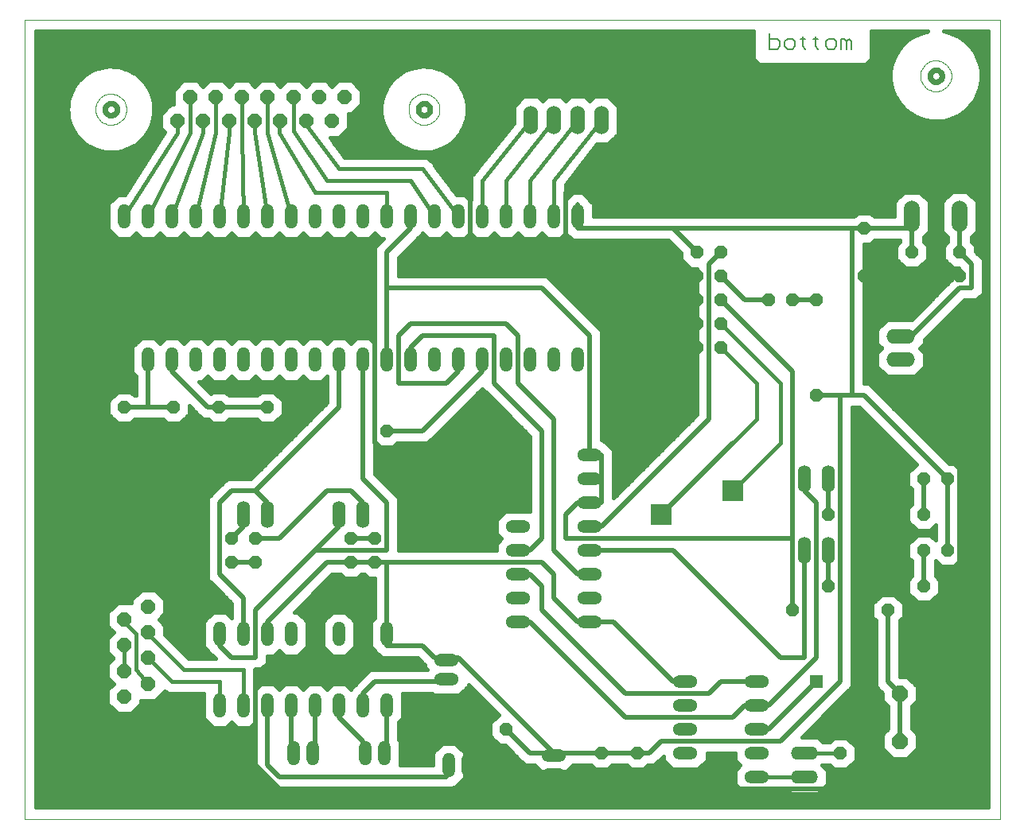
<source format=gbr>
G75*
G70*
%OFA0B0*%
%FSLAX24Y24*%
%IPPOS*%
%LPD*%
%AMOC8*
5,1,8,0,0,1.08239X$1,22.5*
%
%ADD10C,0.0000*%
%ADD11C,0.0060*%
%ADD12O,0.0520X0.1040*%
%ADD13O,0.1040X0.0520*%
%ADD14OC8,0.0560*%
%ADD15OC8,0.0600*%
%ADD16C,0.0240*%
%ADD17OC8,0.0520*%
%ADD18O,0.0660X0.1320*%
%ADD19OC8,0.0660*%
%ADD20O,0.0560X0.1120*%
%ADD21O,0.0600X0.1200*%
%ADD22O,0.1120X0.0560*%
%ADD23O,0.1200X0.0600*%
%ADD24C,0.2000*%
%ADD25C,0.0200*%
%ADD26C,0.0160*%
%ADD27R,0.0860X0.0860*%
%ADD28R,0.0560X0.0560*%
D10*
X043372Y001405D02*
X002502Y001405D01*
X002502Y034901D01*
X043372Y034901D01*
X043372Y001405D01*
X018597Y031153D02*
X018600Y031212D01*
X018608Y031271D01*
X018621Y031328D01*
X018640Y031385D01*
X018663Y031439D01*
X018692Y031491D01*
X018725Y031540D01*
X018762Y031586D01*
X018803Y031628D01*
X018848Y031666D01*
X018897Y031701D01*
X018948Y031730D01*
X019002Y031755D01*
X019057Y031775D01*
X019115Y031789D01*
X019173Y031799D01*
X019232Y031803D01*
X019291Y031801D01*
X019350Y031795D01*
X019408Y031783D01*
X019465Y031765D01*
X019519Y031743D01*
X019572Y031716D01*
X019622Y031684D01*
X019669Y031648D01*
X019712Y031607D01*
X019751Y031563D01*
X019786Y031516D01*
X019817Y031465D01*
X019843Y031412D01*
X019864Y031357D01*
X019880Y031300D01*
X019891Y031242D01*
X019896Y031183D01*
X019896Y031123D01*
X019891Y031064D01*
X019880Y031006D01*
X019864Y030949D01*
X019843Y030894D01*
X019817Y030841D01*
X019786Y030790D01*
X019751Y030743D01*
X019712Y030699D01*
X019669Y030658D01*
X019622Y030622D01*
X019572Y030590D01*
X019519Y030563D01*
X019465Y030541D01*
X019408Y030523D01*
X019350Y030511D01*
X019291Y030505D01*
X019232Y030503D01*
X019173Y030507D01*
X019115Y030517D01*
X019057Y030531D01*
X019002Y030551D01*
X018948Y030576D01*
X018897Y030605D01*
X018848Y030640D01*
X018803Y030678D01*
X018762Y030720D01*
X018725Y030766D01*
X018692Y030815D01*
X018663Y030867D01*
X018640Y030921D01*
X018621Y030978D01*
X018608Y031035D01*
X018600Y031094D01*
X018597Y031153D01*
X005477Y031153D02*
X005480Y031212D01*
X005488Y031271D01*
X005501Y031328D01*
X005520Y031385D01*
X005543Y031439D01*
X005572Y031491D01*
X005605Y031540D01*
X005642Y031586D01*
X005683Y031628D01*
X005728Y031666D01*
X005777Y031701D01*
X005828Y031730D01*
X005882Y031755D01*
X005937Y031775D01*
X005995Y031789D01*
X006053Y031799D01*
X006112Y031803D01*
X006171Y031801D01*
X006230Y031795D01*
X006288Y031783D01*
X006345Y031765D01*
X006399Y031743D01*
X006452Y031716D01*
X006502Y031684D01*
X006549Y031648D01*
X006592Y031607D01*
X006631Y031563D01*
X006666Y031516D01*
X006697Y031465D01*
X006723Y031412D01*
X006744Y031357D01*
X006760Y031300D01*
X006771Y031242D01*
X006776Y031183D01*
X006776Y031123D01*
X006771Y031064D01*
X006760Y031006D01*
X006744Y030949D01*
X006723Y030894D01*
X006697Y030841D01*
X006666Y030790D01*
X006631Y030743D01*
X006592Y030699D01*
X006549Y030658D01*
X006502Y030622D01*
X006452Y030590D01*
X006399Y030563D01*
X006345Y030541D01*
X006288Y030523D01*
X006230Y030511D01*
X006171Y030505D01*
X006112Y030503D01*
X006053Y030507D01*
X005995Y030517D01*
X005937Y030531D01*
X005882Y030551D01*
X005828Y030576D01*
X005777Y030605D01*
X005728Y030640D01*
X005683Y030678D01*
X005642Y030720D01*
X005605Y030766D01*
X005572Y030815D01*
X005543Y030867D01*
X005520Y030921D01*
X005501Y030978D01*
X005488Y031035D01*
X005480Y031094D01*
X005477Y031153D01*
X040037Y032553D02*
X040040Y032612D01*
X040048Y032671D01*
X040061Y032728D01*
X040080Y032785D01*
X040103Y032839D01*
X040132Y032891D01*
X040165Y032940D01*
X040202Y032986D01*
X040243Y033028D01*
X040288Y033066D01*
X040337Y033101D01*
X040388Y033130D01*
X040442Y033155D01*
X040497Y033175D01*
X040555Y033189D01*
X040613Y033199D01*
X040672Y033203D01*
X040731Y033201D01*
X040790Y033195D01*
X040848Y033183D01*
X040905Y033165D01*
X040959Y033143D01*
X041012Y033116D01*
X041062Y033084D01*
X041109Y033048D01*
X041152Y033007D01*
X041191Y032963D01*
X041226Y032916D01*
X041257Y032865D01*
X041283Y032812D01*
X041304Y032757D01*
X041320Y032700D01*
X041331Y032642D01*
X041336Y032583D01*
X041336Y032523D01*
X041331Y032464D01*
X041320Y032406D01*
X041304Y032349D01*
X041283Y032294D01*
X041257Y032241D01*
X041226Y032190D01*
X041191Y032143D01*
X041152Y032099D01*
X041109Y032058D01*
X041062Y032022D01*
X041012Y031990D01*
X040959Y031963D01*
X040905Y031941D01*
X040848Y031923D01*
X040790Y031911D01*
X040731Y031905D01*
X040672Y031903D01*
X040613Y031907D01*
X040555Y031917D01*
X040497Y031931D01*
X040442Y031951D01*
X040388Y031976D01*
X040337Y032005D01*
X040288Y032040D01*
X040243Y032078D01*
X040202Y032120D01*
X040165Y032166D01*
X040132Y032215D01*
X040103Y032267D01*
X040080Y032321D01*
X040061Y032378D01*
X040048Y032435D01*
X040040Y032494D01*
X040037Y032553D01*
D11*
X033717Y034323D02*
X033717Y033683D01*
X034038Y033683D01*
X034144Y033790D01*
X034144Y034003D01*
X034038Y034110D01*
X033717Y034110D01*
X034469Y033683D02*
X034682Y033683D01*
X034789Y033790D01*
X034789Y034003D01*
X034682Y034110D01*
X034469Y034110D01*
X034362Y034003D01*
X034362Y033790D01*
X034469Y033683D01*
X035113Y034217D02*
X035113Y033790D01*
X035220Y033683D01*
X035220Y034110D02*
X035006Y034110D01*
X035650Y034217D02*
X035650Y033790D01*
X035757Y033683D01*
X035757Y034110D02*
X035544Y034110D01*
X036187Y033683D02*
X036401Y033683D01*
X036508Y033790D01*
X036508Y034003D01*
X036401Y034110D01*
X036187Y034110D01*
X036081Y034003D01*
X036081Y033790D01*
X036187Y033683D01*
X036725Y033683D02*
X036725Y034110D01*
X036832Y034110D01*
X036939Y034003D01*
X036939Y033683D01*
X036939Y034003D02*
X037045Y034110D01*
X037152Y034003D01*
X037152Y033683D01*
D12*
X025687Y020653D03*
X024687Y020653D03*
X023687Y020653D03*
X022687Y020653D03*
X021687Y020653D03*
X020687Y020653D03*
X019687Y020653D03*
X018687Y020653D03*
X017687Y020653D03*
X016687Y020653D03*
X015687Y020653D03*
X014687Y020653D03*
X013687Y020653D03*
X012687Y020653D03*
X011687Y020653D03*
X010687Y020653D03*
X009687Y020653D03*
X008687Y020653D03*
X007687Y020653D03*
X006687Y020653D03*
X006687Y026653D03*
X007687Y026653D03*
X008687Y026653D03*
X009687Y026653D03*
X010687Y026653D03*
X011687Y026653D03*
X012687Y026653D03*
X013687Y026653D03*
X014687Y026653D03*
X015687Y026653D03*
X016687Y026653D03*
X017687Y026653D03*
X018687Y026653D03*
X019687Y026653D03*
X020687Y026653D03*
X021687Y026653D03*
X022687Y026653D03*
X023687Y026653D03*
X024687Y026653D03*
X025687Y026653D03*
X017687Y006153D03*
X016687Y006153D03*
X015687Y006153D03*
X014687Y006153D03*
X013687Y006153D03*
X012687Y006153D03*
X011687Y006153D03*
X010687Y006153D03*
X010687Y009153D03*
X011687Y009153D03*
X012687Y009153D03*
X013687Y009153D03*
X014687Y009153D03*
X015687Y009153D03*
X016687Y009153D03*
X017687Y009153D03*
X020287Y003653D03*
X021087Y003653D03*
X016787Y004153D03*
X017587Y004153D03*
X013787Y004153D03*
X014587Y004153D03*
D13*
X023187Y009653D03*
X023187Y010653D03*
X023187Y015653D03*
X023187Y016653D03*
X023187Y011653D03*
X023187Y012653D03*
X023187Y014653D03*
X023187Y013653D03*
X026187Y016653D03*
X026187Y015653D03*
X026187Y014653D03*
X026187Y013653D03*
X026187Y012653D03*
X026187Y011653D03*
X026187Y010653D03*
X026187Y009653D03*
X024687Y003253D03*
X024687Y004053D03*
X020187Y008053D03*
X020187Y007253D03*
X030187Y003153D03*
X030187Y004153D03*
X030187Y005153D03*
X030187Y006153D03*
X030187Y007153D03*
X033187Y007153D03*
X033187Y006153D03*
X033187Y005153D03*
X033187Y004153D03*
X033187Y003153D03*
D14*
X031687Y025153D03*
X030687Y025153D03*
X031687Y024153D03*
X030687Y024153D03*
X031687Y023153D03*
X030687Y023153D03*
X031687Y022153D03*
X030687Y022153D03*
X031687Y021153D03*
X030687Y021153D03*
D15*
X016467Y030653D03*
X015387Y030653D03*
X014307Y030653D03*
X013227Y030653D03*
X012147Y030653D03*
X011067Y030653D03*
X009987Y030653D03*
X008907Y030653D03*
X015927Y031653D03*
X014847Y031653D03*
X013767Y031653D03*
X012687Y031653D03*
X011607Y031653D03*
X010527Y031653D03*
X009447Y031653D03*
X007687Y010313D03*
X007687Y009233D03*
X007687Y008153D03*
X007687Y007073D03*
X007687Y005993D03*
X006687Y009773D03*
X006687Y008693D03*
X006687Y007613D03*
X006687Y006533D03*
D16*
X018997Y031153D02*
X018999Y031185D01*
X019005Y031216D01*
X019015Y031247D01*
X019029Y031276D01*
X019047Y031303D01*
X019067Y031327D01*
X019091Y031348D01*
X019117Y031367D01*
X019146Y031382D01*
X019176Y031393D01*
X019207Y031400D01*
X019239Y031403D01*
X019271Y031402D01*
X019303Y031397D01*
X019333Y031388D01*
X019363Y031375D01*
X019390Y031358D01*
X019415Y031338D01*
X019437Y031315D01*
X019457Y031289D01*
X019472Y031261D01*
X019484Y031232D01*
X019492Y031201D01*
X019496Y031169D01*
X019496Y031137D01*
X019492Y031105D01*
X019484Y031074D01*
X019472Y031045D01*
X019457Y031017D01*
X019437Y030991D01*
X019415Y030968D01*
X019390Y030948D01*
X019363Y030931D01*
X019333Y030918D01*
X019303Y030909D01*
X019271Y030904D01*
X019239Y030903D01*
X019207Y030906D01*
X019176Y030913D01*
X019146Y030924D01*
X019117Y030939D01*
X019091Y030958D01*
X019067Y030979D01*
X019047Y031003D01*
X019029Y031030D01*
X019015Y031059D01*
X019005Y031090D01*
X018999Y031121D01*
X018997Y031153D01*
X005877Y031153D02*
X005879Y031185D01*
X005885Y031216D01*
X005895Y031247D01*
X005909Y031276D01*
X005927Y031303D01*
X005947Y031327D01*
X005971Y031348D01*
X005997Y031367D01*
X006026Y031382D01*
X006056Y031393D01*
X006087Y031400D01*
X006119Y031403D01*
X006151Y031402D01*
X006183Y031397D01*
X006213Y031388D01*
X006243Y031375D01*
X006270Y031358D01*
X006295Y031338D01*
X006317Y031315D01*
X006337Y031289D01*
X006352Y031261D01*
X006364Y031232D01*
X006372Y031201D01*
X006376Y031169D01*
X006376Y031137D01*
X006372Y031105D01*
X006364Y031074D01*
X006352Y031045D01*
X006337Y031017D01*
X006317Y030991D01*
X006295Y030968D01*
X006270Y030948D01*
X006243Y030931D01*
X006213Y030918D01*
X006183Y030909D01*
X006151Y030904D01*
X006119Y030903D01*
X006087Y030906D01*
X006056Y030913D01*
X006026Y030924D01*
X005997Y030939D01*
X005971Y030958D01*
X005947Y030979D01*
X005927Y031003D01*
X005909Y031030D01*
X005895Y031059D01*
X005885Y031090D01*
X005879Y031121D01*
X005877Y031153D01*
X040437Y032553D02*
X040439Y032585D01*
X040445Y032616D01*
X040455Y032647D01*
X040469Y032676D01*
X040487Y032703D01*
X040507Y032727D01*
X040531Y032748D01*
X040557Y032767D01*
X040586Y032782D01*
X040616Y032793D01*
X040647Y032800D01*
X040679Y032803D01*
X040711Y032802D01*
X040743Y032797D01*
X040773Y032788D01*
X040803Y032775D01*
X040830Y032758D01*
X040855Y032738D01*
X040877Y032715D01*
X040897Y032689D01*
X040912Y032661D01*
X040924Y032632D01*
X040932Y032601D01*
X040936Y032569D01*
X040936Y032537D01*
X040932Y032505D01*
X040924Y032474D01*
X040912Y032445D01*
X040897Y032417D01*
X040877Y032391D01*
X040855Y032368D01*
X040830Y032348D01*
X040803Y032331D01*
X040773Y032318D01*
X040743Y032309D01*
X040711Y032304D01*
X040679Y032303D01*
X040647Y032306D01*
X040616Y032313D01*
X040586Y032324D01*
X040557Y032339D01*
X040531Y032358D01*
X040507Y032379D01*
X040487Y032403D01*
X040469Y032430D01*
X040455Y032459D01*
X040445Y032490D01*
X040439Y032521D01*
X040437Y032553D01*
D17*
X010637Y018653D03*
X008737Y018653D03*
X006687Y018653D03*
X006687Y017653D03*
X012687Y018653D03*
X012687Y017653D03*
X037687Y026153D03*
X037687Y024153D03*
X022687Y005153D03*
X022687Y003153D03*
X035687Y023153D03*
X035687Y019153D03*
X034687Y023153D03*
X033687Y023153D03*
X039687Y024153D03*
X039687Y025153D03*
X041687Y024153D03*
X041687Y025153D03*
X038687Y010153D03*
X034687Y010153D03*
X017187Y012153D03*
X017187Y013153D03*
X011187Y012153D03*
X011187Y013153D03*
X016187Y012153D03*
X012187Y012153D03*
X016187Y013153D03*
X012187Y013153D03*
X041187Y015653D03*
X040187Y015653D03*
X041187Y012653D03*
X040187Y012653D03*
X036187Y011153D03*
X040187Y011153D03*
X036187Y014153D03*
X040187Y014153D03*
X017687Y017653D03*
X013687Y017653D03*
X028187Y003153D03*
X028187Y004153D03*
X026687Y003153D03*
X026687Y004153D03*
X036687Y003153D03*
X036687Y004153D03*
D18*
X041687Y026653D03*
X040687Y026653D03*
X039687Y026653D03*
D19*
X039187Y006653D03*
X039187Y004653D03*
X041187Y004653D03*
X041187Y006653D03*
D20*
X011687Y014153D03*
X012687Y014153D03*
X015687Y014153D03*
X016687Y014153D03*
X036187Y015653D03*
X035187Y015653D03*
X036187Y012653D03*
X035187Y012653D03*
D21*
X025679Y030692D03*
X026664Y030692D03*
X024695Y030692D03*
X023711Y030692D03*
D22*
X035187Y004153D03*
X035187Y003153D03*
D23*
X039227Y019669D03*
X039227Y020653D03*
X039227Y021637D03*
D24*
X007187Y013083D03*
X007187Y003223D03*
D25*
X016687Y008653D02*
X016187Y008153D01*
X015187Y008153D01*
X014687Y008653D01*
X016687Y008653D02*
X016687Y009153D01*
X023687Y015653D02*
X023687Y014653D01*
X023187Y014653D01*
X023687Y015653D02*
X023687Y016653D01*
X023187Y016653D01*
X023187Y015653D02*
X023687Y015653D01*
X013687Y017653D02*
X012687Y017653D01*
X006687Y017653D02*
X006687Y014653D01*
X006687Y020153D02*
X005687Y019153D01*
X005687Y014653D01*
X006687Y020153D02*
X006687Y020653D01*
X006687Y017653D02*
X012687Y017653D01*
X017687Y016653D02*
X017187Y017153D01*
X017187Y021653D01*
X007187Y021653D01*
X006687Y021153D01*
X017687Y016653D02*
X023187Y016653D01*
X006687Y020653D02*
X006687Y021153D01*
X014687Y008653D02*
X013687Y007653D01*
X012187Y007653D01*
X011687Y004653D02*
X012187Y005153D01*
X012187Y007653D01*
X030687Y021153D02*
X030687Y022153D01*
X030687Y023153D02*
X030687Y024153D01*
X016687Y030653D02*
X018187Y029153D01*
X019687Y029153D01*
X021187Y027653D01*
X021187Y025653D01*
X022687Y024153D01*
X030687Y024153D02*
X025187Y024153D01*
X022687Y024153D01*
X016687Y030653D02*
X016467Y030653D01*
X030687Y023153D02*
X030687Y022153D01*
X039687Y024153D02*
X040687Y024153D01*
X041687Y024153D01*
X039687Y024153D02*
X038187Y024153D01*
X037687Y024153D01*
X038687Y019653D02*
X038187Y020153D01*
X038187Y024153D01*
X038687Y019653D02*
X039227Y019669D01*
X040687Y024153D02*
X040687Y026653D01*
X036687Y003153D02*
X039687Y003153D01*
X041187Y004653D01*
X041187Y006653D01*
X030187Y003153D02*
X028187Y003153D01*
X026687Y003153D01*
X025187Y003153D01*
X024687Y003253D01*
X022687Y003153D02*
X024187Y003153D01*
X024687Y003253D01*
X022687Y003153D02*
X021187Y003153D01*
X036687Y003153D02*
X036187Y002653D01*
X031187Y002653D01*
X030687Y003153D01*
X030187Y003153D01*
X039687Y019653D02*
X039687Y018153D01*
X041687Y016153D01*
X041687Y007153D01*
X041187Y006653D01*
X039687Y019653D02*
X039227Y019669D01*
X025187Y024153D02*
X025187Y027653D01*
X040187Y027653D01*
X040687Y027153D01*
X040687Y026653D01*
X011687Y004653D02*
X011687Y004153D01*
X013187Y002653D01*
X020687Y002653D01*
X021187Y003153D01*
X008687Y020153D02*
X010187Y018653D01*
X010637Y018653D01*
X008687Y020153D02*
X008687Y020653D01*
X010637Y018653D02*
X012687Y018653D01*
X006687Y018653D02*
X007687Y018653D01*
X008737Y018653D01*
X007687Y018653D02*
X007687Y020653D01*
X023687Y012653D02*
X024187Y013153D01*
X024187Y017653D01*
X022187Y019653D01*
X022187Y021653D01*
X019187Y021653D01*
X018687Y021153D01*
X023187Y012653D02*
X023687Y012653D01*
X018687Y020653D02*
X018687Y021153D01*
X025687Y011653D02*
X024687Y012653D01*
X024687Y018153D01*
X023187Y019653D01*
X023187Y021653D01*
X022687Y022153D01*
X018687Y022153D01*
X018187Y021653D01*
X018187Y019653D01*
X020187Y019653D01*
X020687Y020153D01*
X025687Y011653D02*
X026187Y011653D01*
X020687Y020153D02*
X020687Y020653D01*
X026687Y013653D02*
X031187Y018153D01*
X031187Y024653D01*
X031687Y025153D01*
X026687Y013653D02*
X026187Y013653D01*
X029187Y014153D02*
X032187Y017153D01*
X033687Y023153D02*
X032687Y023153D01*
X031687Y024153D01*
X034687Y023153D02*
X035687Y023153D01*
X025687Y026653D02*
X025687Y027153D01*
X028187Y004153D02*
X026687Y004153D01*
X025187Y004153D01*
X024687Y004053D01*
X022687Y005153D02*
X023687Y004153D01*
X024187Y004153D01*
X024687Y004053D01*
X024687Y004153D02*
X020687Y008153D01*
X020187Y008053D01*
X024687Y004153D02*
X024687Y004053D01*
X017687Y008653D02*
X019187Y008653D01*
X019687Y008153D01*
X017687Y008653D02*
X017687Y009153D01*
X019687Y008153D02*
X020187Y008053D01*
X027187Y009653D02*
X029687Y007153D01*
X030187Y007153D01*
X027187Y009653D02*
X026187Y009653D01*
X017187Y012153D02*
X016187Y012153D01*
X012687Y009653D02*
X015187Y012153D01*
X016187Y012153D01*
X012687Y009653D02*
X012687Y009153D01*
X025687Y009653D02*
X024687Y010653D01*
X024687Y011653D01*
X024187Y012153D01*
X017187Y012153D02*
X017687Y012153D01*
X024187Y012153D01*
X025687Y009653D02*
X026187Y009653D01*
X017687Y009153D02*
X017687Y012153D01*
X041187Y012653D02*
X041187Y015653D01*
X037687Y019153D02*
X037187Y019153D01*
X036687Y019153D01*
X035687Y019153D01*
X037687Y019153D02*
X041187Y015653D01*
X039687Y025153D02*
X039687Y026153D01*
X037687Y026153D01*
X039687Y026153D02*
X039687Y026653D01*
X025687Y026153D02*
X029687Y026153D01*
X030687Y025153D01*
X025687Y026153D02*
X025687Y026653D01*
X029687Y026153D02*
X037187Y026153D01*
X037687Y026153D01*
X037187Y026153D02*
X037187Y019153D01*
X028187Y004153D02*
X028687Y004153D01*
X029187Y004653D01*
X034187Y004653D01*
X036687Y007153D01*
X036687Y019153D01*
X034687Y020153D02*
X034687Y013153D01*
X034687Y010153D01*
X034687Y020153D02*
X031687Y023153D01*
X026687Y015653D02*
X026687Y014653D01*
X026187Y014653D01*
X026687Y015653D02*
X026687Y016653D01*
X026187Y016653D01*
X026187Y015653D02*
X026687Y015653D01*
X017687Y023653D02*
X017687Y025153D01*
X018687Y026153D01*
X017687Y023653D02*
X017687Y020653D01*
X026187Y016653D02*
X026187Y021653D01*
X024187Y023653D01*
X017687Y023653D01*
X034687Y013153D02*
X025187Y013153D01*
X025187Y014153D01*
X025687Y014653D01*
X026187Y014653D01*
X021687Y020153D02*
X019187Y017653D01*
X017687Y017653D01*
X021687Y020153D02*
X021687Y020653D01*
X041687Y025153D02*
X041687Y026653D01*
X039687Y021653D02*
X041687Y023653D01*
X042187Y023653D01*
X042187Y024653D01*
X041687Y025153D01*
X039687Y021653D02*
X039227Y021637D01*
X038687Y010153D02*
X038687Y007153D01*
X039187Y006653D01*
X039187Y004653D01*
X017187Y013153D02*
X016187Y013153D01*
X012187Y012153D02*
X011187Y012153D01*
X011187Y013153D02*
X011687Y013653D01*
X011687Y014153D01*
X011687Y010653D02*
X010687Y011653D01*
X010687Y014653D01*
X011187Y015153D01*
X012187Y015153D01*
X012687Y014653D01*
X011687Y010653D02*
X011687Y009153D01*
X012687Y014153D02*
X012687Y014653D01*
X012187Y015153D02*
X015687Y018653D01*
X015687Y020653D01*
X012187Y013153D02*
X013187Y013153D01*
X015187Y015153D01*
X016187Y015153D01*
X016687Y014653D01*
X016687Y014153D01*
X040187Y014153D02*
X040187Y015653D01*
X036187Y015653D02*
X036187Y014153D01*
X031687Y007153D02*
X031187Y006653D01*
X027687Y006653D01*
X024187Y010153D01*
X024187Y011153D01*
X023687Y011653D01*
X031687Y007153D02*
X033187Y007153D01*
X023687Y011653D02*
X023187Y011653D01*
X029687Y012653D02*
X034187Y008153D01*
X035187Y008153D01*
X029687Y012653D02*
X026187Y012653D01*
X035187Y012653D02*
X035187Y008153D01*
X036187Y011153D02*
X036187Y012653D01*
X040187Y012653D02*
X040187Y011153D01*
X010687Y008653D02*
X011187Y008153D01*
X012187Y008153D01*
X012187Y010153D01*
X015687Y013653D02*
X014687Y012653D01*
X012187Y010153D01*
X010687Y009153D02*
X010687Y008653D01*
X015687Y013653D02*
X015687Y014153D01*
X016687Y015653D02*
X017687Y014653D01*
X017687Y012653D01*
X014687Y012653D01*
X016687Y015653D02*
X016687Y020653D01*
X019687Y007153D02*
X017187Y007153D01*
X016687Y006653D01*
X019687Y007153D02*
X020187Y007253D01*
X016687Y006653D02*
X016687Y006153D01*
X017587Y004153D02*
X017687Y004653D01*
X017687Y006153D01*
X015687Y005653D02*
X016687Y004653D01*
X016787Y004153D01*
X015687Y005653D02*
X015687Y006153D01*
X014587Y004153D02*
X014687Y004653D01*
X014687Y006153D01*
X013787Y004153D02*
X013687Y004653D01*
X013687Y006153D01*
X020187Y003153D02*
X013187Y003153D01*
X012687Y003653D01*
X020187Y003153D02*
X020287Y003653D01*
X012687Y003653D02*
X012687Y006153D01*
X035687Y007153D02*
X033687Y005153D01*
X033187Y005153D01*
X033687Y006153D02*
X035687Y008153D01*
X035687Y014653D01*
X035187Y015153D01*
X033687Y006153D02*
X033187Y006153D01*
X035187Y015153D02*
X035187Y015653D01*
X023687Y009653D02*
X027687Y005653D01*
X032187Y005653D01*
X032687Y006153D01*
X023687Y009653D02*
X023187Y009653D01*
X032687Y006153D02*
X033187Y006153D01*
D26*
X026687Y021860D02*
X026687Y021446D01*
X026687Y017313D01*
X026721Y017313D01*
X026881Y017153D01*
X026894Y017153D01*
X027187Y016860D01*
X027187Y016446D01*
X027187Y015860D01*
X027187Y015446D01*
X027187Y014860D01*
X027187Y014860D01*
X030687Y018360D01*
X030687Y024446D01*
X030687Y024473D01*
X030406Y024473D01*
X030007Y024871D01*
X030007Y025126D01*
X029480Y025653D01*
X029480Y025653D01*
X025894Y025653D01*
X025480Y025653D01*
X025187Y025946D01*
X025187Y025960D01*
X025187Y025960D01*
X024961Y025733D01*
X024414Y025733D01*
X024187Y025960D01*
X023961Y025733D01*
X023414Y025733D01*
X023187Y025960D01*
X022961Y025733D01*
X022414Y025733D01*
X022187Y025960D01*
X021961Y025733D01*
X021414Y025733D01*
X021187Y025960D01*
X020961Y025733D01*
X020414Y025733D01*
X020187Y025960D01*
X019961Y025733D01*
X019414Y025733D01*
X019187Y025960D01*
X019187Y025946D01*
X018187Y024946D01*
X018187Y024153D01*
X024394Y024153D01*
X024687Y023860D01*
X024687Y023860D01*
X026687Y021860D01*
X017894Y015153D02*
X018187Y014860D01*
X018187Y012860D01*
X018187Y012653D01*
X022267Y012653D01*
X022267Y012926D01*
X022494Y013153D01*
X022267Y013380D01*
X022267Y013926D01*
X022654Y014313D01*
X023687Y014313D01*
X023687Y017446D01*
X021980Y019153D01*
X021687Y019446D01*
X021687Y019446D01*
X019687Y017446D01*
X019394Y017153D01*
X018121Y017153D01*
X017961Y016993D01*
X017414Y016993D01*
X017187Y017220D01*
X017187Y015860D01*
X017894Y015153D01*
X012187Y006846D02*
X012414Y007073D01*
X012961Y007073D01*
X013187Y006846D01*
X013414Y007073D01*
X013961Y007073D01*
X014187Y006846D01*
X014414Y007073D01*
X014961Y007073D01*
X015187Y006846D01*
X015414Y007073D01*
X015961Y007073D01*
X016187Y006846D01*
X016187Y006846D01*
X016187Y006860D01*
X016480Y007153D01*
X016980Y007653D01*
X017394Y007653D01*
X019394Y007653D01*
X019394Y007653D01*
X019267Y007780D01*
X019267Y007866D01*
X019187Y007946D01*
X018980Y008153D01*
X017894Y008153D01*
X017480Y008153D01*
X017187Y008446D01*
X017187Y008460D01*
X017027Y008620D01*
X017027Y009686D01*
X017187Y009846D01*
X017187Y011493D01*
X016914Y011493D01*
X016754Y011653D01*
X016621Y011653D01*
X016461Y011493D01*
X015914Y011493D01*
X015754Y011653D01*
X015394Y011653D01*
X013814Y010073D01*
X013961Y010073D01*
X014347Y009686D01*
X014347Y008620D01*
X013961Y008233D01*
X013414Y008233D01*
X013187Y008460D01*
X012961Y008233D01*
X012687Y008233D01*
X012687Y007946D01*
X012394Y007653D01*
X012167Y007653D01*
X012167Y007454D01*
X012167Y006866D01*
X012187Y006846D01*
X015414Y010073D02*
X015961Y010073D01*
X016347Y009686D01*
X016347Y008620D01*
X015961Y008233D01*
X015414Y008233D01*
X015027Y008620D01*
X015027Y009686D01*
X015414Y010073D01*
X042570Y032812D02*
X042570Y032812D01*
X042585Y032639D01*
X042585Y032639D01*
X042585Y032466D01*
X042585Y032466D01*
X042570Y032294D01*
X042570Y032294D01*
X042538Y032124D01*
X042538Y032124D01*
X042492Y031958D01*
X042492Y031958D01*
X042430Y031796D01*
X042430Y031796D01*
X042354Y031641D01*
X042354Y031641D01*
X042264Y031493D01*
X042264Y031493D01*
X042161Y031354D01*
X042161Y031354D01*
X042046Y031225D01*
X042046Y031225D01*
X041920Y031107D01*
X041783Y031001D01*
X041637Y030907D01*
X041484Y030828D01*
X041324Y030763D01*
X041158Y030712D01*
X040989Y030677D01*
X040817Y030657D01*
X040644Y030653D01*
X040472Y030665D01*
X040301Y030693D01*
X040133Y030736D01*
X040133Y030736D01*
X039970Y030793D01*
X039970Y030793D01*
X039813Y030866D01*
X039813Y030866D01*
X039664Y030952D01*
X039663Y030952D01*
X039522Y031052D01*
X039522Y031052D01*
X039391Y031164D01*
X039391Y031164D01*
X039391Y031164D01*
X039270Y031288D01*
X039270Y031288D01*
X039161Y031422D01*
X039161Y031422D01*
X039064Y031566D01*
X039064Y031566D01*
X038981Y031717D01*
X038981Y031717D01*
X038912Y031876D01*
X038912Y031876D01*
X038858Y032040D01*
X038858Y032040D01*
X038819Y032209D01*
X038819Y032209D01*
X038795Y032380D01*
X038795Y032380D01*
X038787Y032553D01*
X038795Y032726D01*
X038795Y032726D01*
X038819Y032897D01*
X038819Y032897D01*
X038858Y033065D01*
X038858Y033066D01*
X038912Y033230D01*
X038912Y033230D01*
X038981Y033388D01*
X038981Y033388D01*
X039064Y033540D01*
X039064Y033540D01*
X039161Y033684D01*
X039270Y033818D01*
X039270Y033818D01*
X039391Y033941D01*
X039522Y034054D01*
X039664Y034153D01*
X039813Y034240D01*
X039970Y034312D01*
X040133Y034370D01*
X040301Y034413D01*
X040350Y034421D01*
X037973Y034421D01*
X037973Y033254D01*
X037739Y033020D01*
X033288Y033020D01*
X033054Y033254D01*
X033054Y034421D01*
X002982Y034421D01*
X002982Y001885D01*
X042892Y001885D01*
X042892Y034421D01*
X041027Y034421D01*
X041158Y034394D01*
X041158Y034394D01*
X041324Y034343D01*
X041324Y034343D01*
X041484Y034278D01*
X041484Y034278D01*
X041637Y034198D01*
X041637Y034198D01*
X041783Y034105D01*
X041783Y034105D01*
X041920Y033999D01*
X041920Y033999D01*
X042046Y033881D01*
X042046Y033881D01*
X042161Y033752D01*
X042161Y033752D01*
X042264Y033613D01*
X042264Y033613D01*
X042354Y033465D01*
X042354Y033465D01*
X042430Y033310D01*
X042430Y033310D01*
X042492Y033148D01*
X042492Y033148D01*
X042538Y032982D01*
X042538Y032982D01*
X042570Y032812D01*
X021031Y031398D02*
X021031Y031398D01*
X021046Y031235D01*
X021046Y031071D01*
X021031Y030908D01*
X021001Y030747D01*
X020957Y030589D01*
X020898Y030436D01*
X020826Y030289D01*
X020741Y030149D01*
X020644Y030017D01*
X020644Y030017D01*
X020535Y029895D01*
X020535Y029895D01*
X020415Y029783D01*
X020285Y029682D01*
X020285Y029682D01*
X020147Y029594D01*
X020147Y029594D01*
X020002Y029519D01*
X020002Y029519D01*
X019850Y029457D01*
X019850Y029457D01*
X019693Y029409D01*
X019693Y029409D01*
X019533Y029376D01*
X019533Y029376D01*
X019370Y029357D01*
X019370Y029357D01*
X019206Y029353D01*
X019206Y029353D01*
X019043Y029365D01*
X019043Y029365D01*
X018881Y029391D01*
X018881Y029391D01*
X018722Y029431D01*
X018722Y029431D01*
X018568Y029486D01*
X018568Y029486D01*
X018419Y029555D01*
X018419Y029555D01*
X018277Y029637D01*
X018277Y029637D01*
X018144Y029731D01*
X018144Y029731D01*
X018019Y029837D01*
X018019Y029837D01*
X018019Y029837D01*
X017904Y029955D01*
X017904Y029955D01*
X017801Y030082D01*
X017801Y030082D01*
X017709Y030218D01*
X017709Y030218D01*
X017631Y030361D01*
X017631Y030361D01*
X017565Y030512D01*
X017565Y030512D01*
X017514Y030667D01*
X017514Y030667D01*
X017477Y030827D01*
X017477Y030827D01*
X017455Y030989D01*
X017455Y030989D01*
X017447Y031153D01*
X017455Y031317D01*
X017477Y031479D01*
X017514Y031639D01*
X017565Y031794D01*
X017631Y031944D01*
X017709Y032088D01*
X017801Y032224D01*
X017801Y032224D01*
X017904Y032351D01*
X017904Y032351D01*
X018019Y032468D01*
X018019Y032468D01*
X018144Y032575D01*
X018144Y032575D01*
X018277Y032669D01*
X018277Y032669D01*
X018419Y032751D01*
X018419Y032751D01*
X018568Y032820D01*
X018568Y032820D01*
X018722Y032875D01*
X018722Y032875D01*
X018881Y032915D01*
X018881Y032915D01*
X019043Y032941D01*
X019043Y032941D01*
X019206Y032952D01*
X019206Y032952D01*
X019370Y032949D01*
X019370Y032949D01*
X019533Y032930D01*
X019533Y032930D01*
X019693Y032897D01*
X019693Y032897D01*
X019850Y032849D01*
X019850Y032849D01*
X020002Y032787D01*
X020002Y032787D01*
X020147Y032712D01*
X020147Y032712D01*
X020285Y032623D01*
X020285Y032623D01*
X020415Y032523D01*
X020415Y032523D01*
X020535Y032411D01*
X020535Y032411D01*
X020644Y032289D01*
X020644Y032289D01*
X020741Y032157D01*
X020741Y032157D01*
X020826Y032017D01*
X020826Y032017D01*
X020898Y031870D01*
X020898Y031870D01*
X020957Y031717D01*
X020957Y031717D01*
X021001Y031559D01*
X021001Y031559D01*
X021031Y031398D01*
X007926Y031235D02*
X007926Y031071D01*
X007911Y030908D01*
X007881Y030747D01*
X007837Y030589D01*
X007778Y030436D01*
X007706Y030289D01*
X007621Y030149D01*
X007621Y030149D01*
X007524Y030017D01*
X007415Y029895D01*
X007415Y029895D01*
X007415Y029895D01*
X007295Y029783D01*
X007295Y029783D01*
X007165Y029682D01*
X007165Y029682D01*
X007027Y029594D01*
X007027Y029594D01*
X006882Y029519D01*
X006882Y029519D01*
X006730Y029457D01*
X006730Y029457D01*
X006573Y029409D01*
X006573Y029409D01*
X006413Y029376D01*
X006413Y029376D01*
X006250Y029357D01*
X006250Y029357D01*
X006086Y029353D01*
X006086Y029353D01*
X005923Y029365D01*
X005923Y029365D01*
X005761Y029391D01*
X005761Y029391D01*
X005602Y029431D01*
X005602Y029431D01*
X005448Y029486D01*
X005448Y029486D01*
X005299Y029555D01*
X005299Y029555D01*
X005157Y029637D01*
X005157Y029637D01*
X005024Y029731D01*
X005024Y029731D01*
X004899Y029837D01*
X004899Y029837D01*
X004899Y029837D01*
X004784Y029955D01*
X004784Y029955D01*
X004681Y030082D01*
X004681Y030082D01*
X004589Y030218D01*
X004589Y030218D01*
X004511Y030361D01*
X004511Y030361D01*
X004445Y030512D01*
X004445Y030512D01*
X004394Y030667D01*
X004394Y030667D01*
X004357Y030827D01*
X004335Y030989D01*
X004327Y031153D01*
X004335Y031317D01*
X004357Y031479D01*
X004394Y031639D01*
X004445Y031794D01*
X004511Y031944D01*
X004511Y031944D01*
X004589Y032088D01*
X004681Y032224D01*
X004681Y032224D01*
X004784Y032351D01*
X004784Y032351D01*
X004899Y032468D01*
X004899Y032468D01*
X005024Y032575D01*
X005024Y032575D01*
X005157Y032669D01*
X005157Y032669D01*
X005299Y032751D01*
X005299Y032751D01*
X005448Y032820D01*
X005448Y032820D01*
X005602Y032875D01*
X005602Y032875D01*
X005761Y032915D01*
X005761Y032915D01*
X005923Y032941D01*
X005923Y032941D01*
X006086Y032952D01*
X006086Y032952D01*
X006250Y032949D01*
X006250Y032949D01*
X006413Y032930D01*
X006413Y032930D01*
X006573Y032897D01*
X006573Y032897D01*
X006730Y032849D01*
X006730Y032849D01*
X006882Y032787D01*
X006882Y032787D01*
X007027Y032712D01*
X007027Y032712D01*
X007165Y032623D01*
X007165Y032623D01*
X007295Y032523D01*
X007295Y032523D01*
X007415Y032411D01*
X007415Y032411D01*
X007524Y032289D01*
X007524Y032289D01*
X007621Y032157D01*
X007621Y032157D01*
X007706Y032017D01*
X007706Y032017D01*
X007778Y031870D01*
X007778Y031870D01*
X007837Y031717D01*
X007881Y031559D01*
X007911Y031398D01*
X007926Y031235D01*
X041385Y027713D02*
X041990Y027713D01*
X042417Y027285D01*
X042417Y026021D01*
X042187Y025791D01*
X042187Y025586D01*
X042347Y025426D01*
X042347Y025200D01*
X042687Y024860D01*
X042687Y024446D01*
X042687Y023446D01*
X042394Y023153D01*
X041980Y023153D01*
X041894Y023153D01*
X040227Y021485D01*
X040227Y021347D01*
X040025Y021145D01*
X040227Y020943D01*
X040227Y020363D01*
X039817Y019953D01*
X038637Y019953D01*
X038227Y020363D01*
X038227Y020943D01*
X038429Y021145D01*
X038227Y021347D01*
X038227Y021927D01*
X038637Y022337D01*
X039665Y022337D01*
X041187Y023860D01*
X041480Y024153D01*
X041687Y024153D01*
X041687Y024446D01*
X041640Y024493D01*
X041414Y024493D01*
X041027Y024880D01*
X041027Y025426D01*
X041187Y025586D01*
X041187Y025791D01*
X040957Y026021D01*
X040957Y027285D01*
X041385Y027713D01*
X038457Y006351D02*
X038457Y006676D01*
X038187Y006946D01*
X038187Y007360D01*
X038187Y009720D01*
X038027Y009880D01*
X038027Y010426D01*
X038414Y010813D01*
X038961Y010813D01*
X039347Y010426D01*
X039347Y009880D01*
X039187Y009720D01*
X039187Y007383D01*
X039490Y007383D01*
X039917Y006955D01*
X039917Y006351D01*
X039687Y006121D01*
X039687Y005185D01*
X039917Y004955D01*
X039917Y004351D01*
X039490Y003923D01*
X038885Y003923D01*
X038457Y004351D01*
X038457Y004955D01*
X038687Y005185D01*
X038687Y006121D01*
X038457Y006351D01*
X020014Y004573D02*
X020561Y004573D01*
X020947Y004186D01*
X020947Y003120D01*
X020561Y002733D01*
X020474Y002733D01*
X020394Y002653D01*
X019980Y002653D01*
X013394Y002653D01*
X012980Y002653D01*
X012480Y003153D01*
X012187Y003446D01*
X012187Y005460D01*
X012187Y005460D01*
X011961Y005233D01*
X011414Y005233D01*
X011187Y005460D01*
X010961Y005233D01*
X010414Y005233D01*
X010027Y005620D01*
X010027Y006673D01*
X008886Y006673D01*
X008489Y006673D01*
X008383Y006779D01*
X007977Y006373D01*
X007397Y006373D01*
X007387Y006383D01*
X007387Y006243D01*
X006977Y005833D01*
X006397Y005833D01*
X005987Y006243D01*
X005987Y006823D01*
X006237Y007073D01*
X005987Y007323D01*
X005987Y007903D01*
X006207Y008123D01*
X006207Y008183D01*
X005987Y008403D01*
X005987Y008983D01*
X006237Y009233D01*
X005987Y009483D01*
X005987Y010063D01*
X006397Y010473D01*
X006977Y010473D01*
X006987Y010463D01*
X006987Y010603D01*
X007397Y011013D01*
X007977Y011013D01*
X008387Y010603D01*
X008387Y010023D01*
X008137Y009773D01*
X008387Y009523D01*
X008387Y009132D01*
X009386Y008133D01*
X010500Y008133D01*
X010187Y008446D01*
X010187Y008460D01*
X010027Y008620D01*
X010027Y009686D01*
X010414Y010073D01*
X010961Y010073D01*
X011187Y009846D01*
X011187Y009846D01*
X011187Y010446D01*
X010480Y011153D01*
X010187Y011446D01*
X010187Y014446D01*
X010187Y014860D01*
X010687Y015360D01*
X010980Y015653D01*
X011980Y015653D01*
X015187Y018860D01*
X015187Y019960D01*
X015187Y019960D01*
X014961Y019733D01*
X014414Y019733D01*
X014187Y019960D01*
X013961Y019733D01*
X013414Y019733D01*
X013187Y019960D01*
X012961Y019733D01*
X012414Y019733D01*
X012187Y019960D01*
X011961Y019733D01*
X011414Y019733D01*
X011187Y019960D01*
X010961Y019733D01*
X010414Y019733D01*
X010187Y019960D01*
X009961Y019733D01*
X009814Y019733D01*
X010299Y019248D01*
X010364Y019313D01*
X010911Y019313D01*
X011071Y019153D01*
X012254Y019153D01*
X012414Y019313D01*
X012961Y019313D01*
X013347Y018926D01*
X013347Y018380D01*
X012961Y017993D01*
X012414Y017993D01*
X012254Y018153D01*
X011071Y018153D01*
X010911Y017993D01*
X010364Y017993D01*
X010204Y018153D01*
X009980Y018153D01*
X009687Y018446D01*
X009397Y018736D01*
X009397Y018380D01*
X009011Y017993D01*
X008464Y017993D01*
X008304Y018153D01*
X007894Y018153D01*
X007480Y018153D01*
X007121Y018153D01*
X006961Y017993D01*
X006414Y017993D01*
X006027Y018380D01*
X006027Y018926D01*
X006414Y019313D01*
X006961Y019313D01*
X007121Y019153D01*
X007187Y019153D01*
X007187Y019960D01*
X007027Y020120D01*
X007027Y021186D01*
X007414Y021573D01*
X007961Y021573D01*
X008187Y021346D01*
X008414Y021573D01*
X008961Y021573D01*
X009187Y021346D01*
X009414Y021573D01*
X009961Y021573D01*
X010187Y021346D01*
X010414Y021573D01*
X010961Y021573D01*
X011187Y021346D01*
X011414Y021573D01*
X011961Y021573D01*
X012187Y021346D01*
X012414Y021573D01*
X012961Y021573D01*
X013187Y021346D01*
X013414Y021573D01*
X013961Y021573D01*
X014187Y021346D01*
X014414Y021573D01*
X014961Y021573D01*
X015187Y021346D01*
X015414Y021573D01*
X015961Y021573D01*
X016187Y021346D01*
X016414Y021573D01*
X016961Y021573D01*
X017187Y021346D01*
X017187Y023860D01*
X017187Y024946D01*
X017187Y025360D01*
X017560Y025733D01*
X017414Y025733D01*
X017187Y025960D01*
X016961Y025733D01*
X016414Y025733D01*
X016187Y025960D01*
X015961Y025733D01*
X015414Y025733D01*
X015187Y025960D01*
X014961Y025733D01*
X014414Y025733D01*
X014187Y025960D01*
X013961Y025733D01*
X013414Y025733D01*
X013187Y025960D01*
X012961Y025733D01*
X012414Y025733D01*
X012187Y025960D01*
X011961Y025733D01*
X011414Y025733D01*
X011187Y025960D01*
X010961Y025733D01*
X010414Y025733D01*
X010187Y025960D01*
X009961Y025733D01*
X009414Y025733D01*
X009187Y025960D01*
X008961Y025733D01*
X008414Y025733D01*
X008187Y025960D01*
X007961Y025733D01*
X007414Y025733D01*
X007187Y025960D01*
X006961Y025733D01*
X006414Y025733D01*
X006027Y026120D01*
X006027Y027186D01*
X006414Y027573D01*
X006703Y027573D01*
X008369Y030201D01*
X008207Y030363D01*
X008207Y030943D01*
X008617Y031353D01*
X008758Y031353D01*
X008747Y031363D01*
X008747Y031943D01*
X009157Y032353D01*
X009737Y032353D01*
X009987Y032103D01*
X010237Y032353D01*
X010817Y032353D01*
X011067Y032103D01*
X011317Y032353D01*
X011897Y032353D01*
X012147Y032103D01*
X012397Y032353D01*
X012977Y032353D01*
X013227Y032103D01*
X013477Y032353D01*
X014057Y032353D01*
X014307Y032103D01*
X014557Y032353D01*
X015137Y032353D01*
X015387Y032103D01*
X015637Y032353D01*
X016217Y032353D01*
X016627Y031943D01*
X016627Y031363D01*
X016217Y030953D01*
X016077Y030953D01*
X016087Y030943D01*
X016087Y030363D01*
X015677Y029953D01*
X015312Y029953D01*
X015927Y029133D01*
X019386Y029133D01*
X019667Y028852D01*
X019667Y028813D01*
X020597Y027573D01*
X020961Y027573D01*
X021187Y027346D01*
X021207Y027366D01*
X021207Y027954D01*
X021207Y028321D01*
X021207Y028352D01*
X021329Y028473D01*
X023011Y030584D01*
X023011Y031282D01*
X023421Y031692D01*
X024001Y031692D01*
X024203Y031490D01*
X024405Y031692D01*
X024985Y031692D01*
X025187Y031490D01*
X025390Y031692D01*
X025969Y031692D01*
X026172Y031490D01*
X026374Y031692D01*
X026954Y031692D01*
X027364Y031282D01*
X027364Y030102D01*
X026954Y029692D01*
X026494Y029692D01*
X025167Y027988D01*
X025167Y027366D01*
X025187Y027346D01*
X025187Y027346D01*
X025187Y027360D01*
X025480Y027653D01*
X025894Y027653D01*
X026187Y027360D01*
X026187Y027346D01*
X026347Y027186D01*
X026347Y026653D01*
X029480Y026653D01*
X036980Y026653D01*
X037254Y026653D01*
X037414Y026813D01*
X037961Y026813D01*
X038121Y026653D01*
X038957Y026653D01*
X038957Y027285D01*
X039385Y027713D01*
X039990Y027713D01*
X040417Y027285D01*
X040417Y026021D01*
X040187Y025791D01*
X040187Y025586D01*
X040347Y025426D01*
X040347Y024880D01*
X039961Y024493D01*
X039414Y024493D01*
X039027Y024880D01*
X039027Y025426D01*
X039187Y025586D01*
X039187Y025653D01*
X038121Y025653D01*
X037961Y025493D01*
X037687Y025493D01*
X037687Y019653D01*
X037894Y019653D01*
X041234Y016313D01*
X041461Y016313D01*
X041847Y015926D01*
X041847Y015380D01*
X041687Y015220D01*
X041687Y013086D01*
X041847Y012926D01*
X041847Y012380D01*
X041461Y011993D01*
X040914Y011993D01*
X040687Y012220D01*
X040687Y012220D01*
X040687Y011586D01*
X040847Y011426D01*
X040847Y010880D01*
X040461Y010493D01*
X039914Y010493D01*
X039527Y010880D01*
X039527Y011426D01*
X039687Y011586D01*
X039687Y012220D01*
X039527Y012380D01*
X039527Y012926D01*
X039914Y013313D01*
X040461Y013313D01*
X040687Y013086D01*
X040687Y013720D01*
X040461Y013493D01*
X039914Y013493D01*
X039527Y013880D01*
X039527Y014426D01*
X039687Y014586D01*
X039687Y015220D01*
X039527Y015380D01*
X039527Y015926D01*
X039867Y016266D01*
X037480Y018653D01*
X037394Y018653D01*
X037187Y018653D01*
X037187Y006946D01*
X036894Y006653D01*
X035074Y004833D01*
X035749Y004833D01*
X035949Y004633D01*
X036234Y004633D01*
X036414Y004813D01*
X036961Y004813D01*
X037347Y004426D01*
X037347Y003880D01*
X036961Y003493D01*
X036414Y003493D01*
X036234Y003673D01*
X035949Y003673D01*
X035929Y003653D01*
X036147Y003435D01*
X036147Y002871D01*
X035749Y002473D01*
X034626Y002473D01*
X034426Y002673D01*
X033901Y002673D01*
X033721Y002493D01*
X032654Y002493D01*
X032267Y002880D01*
X032267Y003426D01*
X032494Y003653D01*
X032267Y003880D01*
X032267Y004153D01*
X031107Y004153D01*
X031107Y003880D01*
X030721Y003493D01*
X029654Y003493D01*
X029267Y003880D01*
X029267Y004026D01*
X028894Y003653D01*
X028621Y003653D01*
X028461Y003493D01*
X027914Y003493D01*
X027754Y003653D01*
X027121Y003653D01*
X026961Y003493D01*
X026414Y003493D01*
X026254Y003653D01*
X025481Y003653D01*
X025221Y003393D01*
X024154Y003393D01*
X023894Y003653D01*
X023480Y003653D01*
X023187Y003946D01*
X022640Y004493D01*
X022414Y004493D01*
X022027Y004880D01*
X022027Y005426D01*
X022367Y005766D01*
X021107Y007026D01*
X021107Y006980D01*
X020721Y006593D01*
X019654Y006593D01*
X019594Y006653D01*
X019480Y006653D01*
X018347Y006653D01*
X018347Y005620D01*
X018187Y005460D01*
X018187Y004746D01*
X018247Y004686D01*
X018247Y003653D01*
X019627Y003653D01*
X019627Y004186D01*
X020014Y004573D01*
X002982Y001970D02*
X042892Y001970D01*
X042892Y002129D02*
X002982Y002129D01*
X002982Y002287D02*
X042892Y002287D01*
X042892Y002446D02*
X002982Y002446D01*
X035880Y002604D02*
X042892Y002604D01*
X034494Y002604D02*
X033832Y002604D01*
X032543Y002604D02*
X002982Y002604D01*
X036039Y002763D02*
X042892Y002763D01*
X032384Y002763D02*
X020591Y002763D01*
X012870Y002763D02*
X002982Y002763D01*
X036147Y002921D02*
X042892Y002921D01*
X032267Y002921D02*
X020749Y002921D01*
X012712Y002921D02*
X002982Y002921D01*
X036147Y003080D02*
X042892Y003080D01*
X032267Y003080D02*
X020908Y003080D01*
X012553Y003080D02*
X002982Y003080D01*
X036147Y003238D02*
X042892Y003238D01*
X032267Y003238D02*
X020947Y003238D01*
X012395Y003238D02*
X002982Y003238D01*
X036147Y003397D02*
X042892Y003397D01*
X032267Y003397D02*
X025225Y003397D01*
X024150Y003397D02*
X020947Y003397D01*
X012236Y003397D02*
X002982Y003397D01*
X037023Y003555D02*
X042892Y003555D01*
X036351Y003555D02*
X036026Y003555D01*
X032397Y003555D02*
X030783Y003555D01*
X029591Y003555D02*
X028523Y003555D01*
X027851Y003555D02*
X027023Y003555D01*
X026351Y003555D02*
X025383Y003555D01*
X023991Y003555D02*
X020947Y003555D01*
X012187Y003555D02*
X002982Y003555D01*
X037182Y003714D02*
X042892Y003714D01*
X032433Y003714D02*
X030942Y003714D01*
X029433Y003714D02*
X028956Y003714D01*
X023419Y003714D02*
X020947Y003714D01*
X019627Y003714D02*
X018247Y003714D01*
X012187Y003714D02*
X002982Y003714D01*
X037340Y003873D02*
X042892Y003873D01*
X032274Y003873D02*
X031100Y003873D01*
X029274Y003873D02*
X029114Y003873D01*
X023261Y003873D02*
X020947Y003873D01*
X019627Y003873D02*
X018247Y003873D01*
X012187Y003873D02*
X002982Y003873D01*
X039598Y004031D02*
X042892Y004031D01*
X038777Y004031D02*
X037347Y004031D01*
X032267Y004031D02*
X031107Y004031D01*
X023102Y004031D02*
X020947Y004031D01*
X019627Y004031D02*
X018247Y004031D01*
X012187Y004031D02*
X002982Y004031D01*
X039756Y004190D02*
X042892Y004190D01*
X038618Y004190D02*
X037347Y004190D01*
X022944Y004190D02*
X020944Y004190D01*
X019631Y004190D02*
X018247Y004190D01*
X012187Y004190D02*
X002982Y004190D01*
X039915Y004348D02*
X042892Y004348D01*
X038460Y004348D02*
X037347Y004348D01*
X022785Y004348D02*
X020785Y004348D01*
X019789Y004348D02*
X018247Y004348D01*
X012187Y004348D02*
X002982Y004348D01*
X039917Y004507D02*
X042892Y004507D01*
X038457Y004507D02*
X037267Y004507D01*
X022400Y004507D02*
X020627Y004507D01*
X019948Y004507D02*
X018247Y004507D01*
X012187Y004507D02*
X002982Y004507D01*
X039917Y004665D02*
X042892Y004665D01*
X038457Y004665D02*
X037108Y004665D01*
X036266Y004665D02*
X035917Y004665D01*
X022242Y004665D02*
X018247Y004665D01*
X012187Y004665D02*
X002982Y004665D01*
X039917Y004824D02*
X042892Y004824D01*
X038457Y004824D02*
X035758Y004824D01*
X022083Y004824D02*
X018187Y004824D01*
X012187Y004824D02*
X002982Y004824D01*
X039890Y004982D02*
X042892Y004982D01*
X038484Y004982D02*
X035224Y004982D01*
X022027Y004982D02*
X018187Y004982D01*
X012187Y004982D02*
X002982Y004982D01*
X039732Y005141D02*
X042892Y005141D01*
X038643Y005141D02*
X035382Y005141D01*
X022027Y005141D02*
X018187Y005141D01*
X012187Y005141D02*
X002982Y005141D01*
X039687Y005299D02*
X042892Y005299D01*
X038687Y005299D02*
X035541Y005299D01*
X022027Y005299D02*
X018187Y005299D01*
X012187Y005299D02*
X012027Y005299D01*
X011348Y005299D02*
X011027Y005299D01*
X010348Y005299D02*
X002982Y005299D01*
X039687Y005458D02*
X042892Y005458D01*
X038687Y005458D02*
X035700Y005458D01*
X022059Y005458D02*
X018187Y005458D01*
X012187Y005458D02*
X012186Y005458D01*
X011189Y005458D02*
X011186Y005458D01*
X010189Y005458D02*
X002982Y005458D01*
X039687Y005616D02*
X042892Y005616D01*
X038687Y005616D02*
X035858Y005616D01*
X022218Y005616D02*
X018344Y005616D01*
X010030Y005616D02*
X002982Y005616D01*
X039687Y005775D02*
X042892Y005775D01*
X038687Y005775D02*
X036017Y005775D01*
X022358Y005775D02*
X018347Y005775D01*
X010027Y005775D02*
X002982Y005775D01*
X039687Y005934D02*
X042892Y005934D01*
X038687Y005934D02*
X036175Y005934D01*
X022200Y005934D02*
X018347Y005934D01*
X010027Y005934D02*
X007078Y005934D01*
X006297Y005934D02*
X002982Y005934D01*
X039687Y006092D02*
X042892Y006092D01*
X038687Y006092D02*
X036334Y006092D01*
X022041Y006092D02*
X018347Y006092D01*
X010027Y006092D02*
X007237Y006092D01*
X006138Y006092D02*
X002982Y006092D01*
X039817Y006251D02*
X042892Y006251D01*
X038557Y006251D02*
X036492Y006251D01*
X021883Y006251D02*
X018347Y006251D01*
X010027Y006251D02*
X007387Y006251D01*
X005987Y006251D02*
X002982Y006251D01*
X039917Y006409D02*
X042892Y006409D01*
X038457Y006409D02*
X036651Y006409D01*
X021724Y006409D02*
X018347Y006409D01*
X010027Y006409D02*
X008014Y006409D01*
X005987Y006409D02*
X002982Y006409D01*
X039917Y006568D02*
X042892Y006568D01*
X038457Y006568D02*
X036809Y006568D01*
X021565Y006568D02*
X018347Y006568D01*
X010027Y006568D02*
X008172Y006568D01*
X005987Y006568D02*
X002982Y006568D01*
X039917Y006726D02*
X042892Y006726D01*
X038407Y006726D02*
X036968Y006726D01*
X021407Y006726D02*
X020854Y006726D01*
X008435Y006726D02*
X008331Y006726D01*
X005987Y006726D02*
X002982Y006726D01*
X039917Y006885D02*
X042892Y006885D01*
X038248Y006885D02*
X037126Y006885D01*
X021248Y006885D02*
X021013Y006885D01*
X016212Y006885D02*
X016149Y006885D01*
X015226Y006885D02*
X015149Y006885D01*
X014226Y006885D02*
X014149Y006885D01*
X013226Y006885D02*
X013149Y006885D01*
X012226Y006885D02*
X012167Y006885D01*
X006049Y006885D02*
X002982Y006885D01*
X039829Y007043D02*
X042892Y007043D01*
X038187Y007043D02*
X037187Y007043D01*
X016371Y007043D02*
X015990Y007043D01*
X015385Y007043D02*
X014990Y007043D01*
X014385Y007043D02*
X013990Y007043D01*
X013385Y007043D02*
X012990Y007043D01*
X012385Y007043D02*
X012167Y007043D01*
X006208Y007043D02*
X002982Y007043D01*
X039671Y007202D02*
X042892Y007202D01*
X038187Y007202D02*
X037187Y007202D01*
X016529Y007202D02*
X012167Y007202D01*
X006108Y007202D02*
X002982Y007202D01*
X039512Y007360D02*
X042892Y007360D01*
X038187Y007360D02*
X037187Y007360D01*
X016688Y007360D02*
X012167Y007360D01*
X005987Y007360D02*
X002982Y007360D01*
X039187Y007519D02*
X042892Y007519D01*
X038187Y007519D02*
X037187Y007519D01*
X016846Y007519D02*
X012167Y007519D01*
X005987Y007519D02*
X002982Y007519D01*
X039187Y007678D02*
X042892Y007678D01*
X038187Y007678D02*
X037187Y007678D01*
X019369Y007678D02*
X012419Y007678D01*
X005987Y007678D02*
X002982Y007678D01*
X039187Y007836D02*
X042892Y007836D01*
X038187Y007836D02*
X037187Y007836D01*
X019267Y007836D02*
X012578Y007836D01*
X005987Y007836D02*
X002982Y007836D01*
X039187Y007995D02*
X042892Y007995D01*
X038187Y007995D02*
X037187Y007995D01*
X019139Y007995D02*
X012687Y007995D01*
X006079Y007995D02*
X002982Y007995D01*
X039187Y008153D02*
X042892Y008153D01*
X038187Y008153D02*
X037187Y008153D01*
X017480Y008153D02*
X012687Y008153D01*
X010480Y008153D02*
X009366Y008153D01*
X006207Y008153D02*
X002982Y008153D01*
X039187Y008312D02*
X042892Y008312D01*
X038187Y008312D02*
X037187Y008312D01*
X017321Y008312D02*
X016040Y008312D01*
X015335Y008312D02*
X014040Y008312D01*
X013335Y008312D02*
X013040Y008312D01*
X010321Y008312D02*
X009207Y008312D01*
X006079Y008312D02*
X002982Y008312D01*
X039187Y008470D02*
X042892Y008470D01*
X038187Y008470D02*
X037187Y008470D01*
X017177Y008470D02*
X016198Y008470D01*
X015177Y008470D02*
X014198Y008470D01*
X010177Y008470D02*
X009049Y008470D01*
X005987Y008470D02*
X002982Y008470D01*
X039187Y008629D02*
X042892Y008629D01*
X038187Y008629D02*
X037187Y008629D01*
X017027Y008629D02*
X016347Y008629D01*
X015027Y008629D02*
X014347Y008629D01*
X010027Y008629D02*
X008890Y008629D01*
X005987Y008629D02*
X002982Y008629D01*
X039187Y008787D02*
X042892Y008787D01*
X038187Y008787D02*
X037187Y008787D01*
X017027Y008787D02*
X016347Y008787D01*
X015027Y008787D02*
X014347Y008787D01*
X010027Y008787D02*
X008732Y008787D01*
X005987Y008787D02*
X002982Y008787D01*
X039187Y008946D02*
X042892Y008946D01*
X038187Y008946D02*
X037187Y008946D01*
X017027Y008946D02*
X016347Y008946D01*
X015027Y008946D02*
X014347Y008946D01*
X010027Y008946D02*
X008573Y008946D01*
X005987Y008946D02*
X002982Y008946D01*
X039187Y009104D02*
X042892Y009104D01*
X038187Y009104D02*
X037187Y009104D01*
X017027Y009104D02*
X016347Y009104D01*
X015027Y009104D02*
X014347Y009104D01*
X010027Y009104D02*
X008415Y009104D01*
X006109Y009104D02*
X002982Y009104D01*
X039187Y009263D02*
X042892Y009263D01*
X038187Y009263D02*
X037187Y009263D01*
X017027Y009263D02*
X016347Y009263D01*
X015027Y009263D02*
X014347Y009263D01*
X010027Y009263D02*
X008387Y009263D01*
X006207Y009263D02*
X002982Y009263D01*
X039187Y009422D02*
X042892Y009422D01*
X038187Y009422D02*
X037187Y009422D01*
X017027Y009422D02*
X016347Y009422D01*
X015027Y009422D02*
X014347Y009422D01*
X010027Y009422D02*
X008387Y009422D01*
X006049Y009422D02*
X002982Y009422D01*
X039187Y009580D02*
X042892Y009580D01*
X038187Y009580D02*
X037187Y009580D01*
X017027Y009580D02*
X016347Y009580D01*
X015027Y009580D02*
X014347Y009580D01*
X010027Y009580D02*
X008330Y009580D01*
X005987Y009580D02*
X002982Y009580D01*
X039206Y009739D02*
X042892Y009739D01*
X038168Y009739D02*
X037187Y009739D01*
X017080Y009739D02*
X016295Y009739D01*
X015080Y009739D02*
X014295Y009739D01*
X010080Y009739D02*
X008172Y009739D01*
X005987Y009739D02*
X002982Y009739D01*
X039347Y009897D02*
X042892Y009897D01*
X038027Y009897D02*
X037187Y009897D01*
X017187Y009897D02*
X016136Y009897D01*
X015238Y009897D02*
X014136Y009897D01*
X011187Y009897D02*
X011136Y009897D01*
X010238Y009897D02*
X008262Y009897D01*
X005987Y009897D02*
X002982Y009897D01*
X039347Y010056D02*
X042892Y010056D01*
X038027Y010056D02*
X037187Y010056D01*
X017187Y010056D02*
X015978Y010056D01*
X015397Y010056D02*
X013978Y010056D01*
X011187Y010056D02*
X010978Y010056D01*
X010397Y010056D02*
X008387Y010056D01*
X005987Y010056D02*
X002982Y010056D01*
X039347Y010214D02*
X042892Y010214D01*
X038027Y010214D02*
X037187Y010214D01*
X017187Y010214D02*
X013956Y010214D01*
X011187Y010214D02*
X008387Y010214D01*
X006139Y010214D02*
X002982Y010214D01*
X039347Y010373D02*
X042892Y010373D01*
X038027Y010373D02*
X037187Y010373D01*
X017187Y010373D02*
X014114Y010373D01*
X011187Y010373D02*
X008387Y010373D01*
X006297Y010373D02*
X002982Y010373D01*
X040499Y010531D02*
X042892Y010531D01*
X039876Y010531D02*
X039242Y010531D01*
X038132Y010531D02*
X037187Y010531D01*
X017187Y010531D02*
X014273Y010531D01*
X011102Y010531D02*
X008387Y010531D01*
X006987Y010531D02*
X002982Y010531D01*
X040658Y010690D02*
X042892Y010690D01*
X039717Y010690D02*
X039084Y010690D01*
X038291Y010690D02*
X037187Y010690D01*
X017187Y010690D02*
X014431Y010690D01*
X010943Y010690D02*
X008300Y010690D01*
X007074Y010690D02*
X002982Y010690D01*
X040816Y010848D02*
X042892Y010848D01*
X039559Y010848D02*
X037187Y010848D01*
X017187Y010848D02*
X014590Y010848D01*
X010785Y010848D02*
X008142Y010848D01*
X007233Y010848D02*
X002982Y010848D01*
X040847Y011007D02*
X042892Y011007D01*
X039527Y011007D02*
X037187Y011007D01*
X017187Y011007D02*
X014749Y011007D01*
X010626Y011007D02*
X007983Y011007D01*
X007392Y011007D02*
X002982Y011007D01*
X040847Y011166D02*
X042892Y011166D01*
X039527Y011166D02*
X037187Y011166D01*
X017187Y011166D02*
X014907Y011166D01*
X010468Y011166D02*
X002982Y011166D01*
X040847Y011324D02*
X042892Y011324D01*
X039527Y011324D02*
X037187Y011324D01*
X017187Y011324D02*
X015066Y011324D01*
X010309Y011324D02*
X002982Y011324D01*
X040791Y011483D02*
X042892Y011483D01*
X039584Y011483D02*
X037187Y011483D01*
X017187Y011483D02*
X015224Y011483D01*
X010187Y011483D02*
X002982Y011483D01*
X040687Y011641D02*
X042892Y011641D01*
X039687Y011641D02*
X037187Y011641D01*
X016766Y011641D02*
X016609Y011641D01*
X015766Y011641D02*
X015383Y011641D01*
X010187Y011641D02*
X002982Y011641D01*
X040687Y011800D02*
X042892Y011800D01*
X039687Y011800D02*
X037187Y011800D01*
X010187Y011800D02*
X002982Y011800D01*
X040687Y011958D02*
X042892Y011958D01*
X039687Y011958D02*
X037187Y011958D01*
X010187Y011958D02*
X002982Y011958D01*
X041585Y012117D02*
X042892Y012117D01*
X040790Y012117D02*
X040687Y012117D01*
X039687Y012117D02*
X037187Y012117D01*
X010187Y012117D02*
X002982Y012117D01*
X041743Y012275D02*
X042892Y012275D01*
X039632Y012275D02*
X037187Y012275D01*
X010187Y012275D02*
X002982Y012275D01*
X041847Y012434D02*
X042892Y012434D01*
X039527Y012434D02*
X037187Y012434D01*
X010187Y012434D02*
X002982Y012434D01*
X041847Y012592D02*
X042892Y012592D01*
X039527Y012592D02*
X037187Y012592D01*
X010187Y012592D02*
X002982Y012592D01*
X041847Y012751D02*
X042892Y012751D01*
X039527Y012751D02*
X037187Y012751D01*
X022267Y012751D02*
X018187Y012751D01*
X010187Y012751D02*
X002982Y012751D01*
X041847Y012909D02*
X042892Y012909D01*
X039527Y012909D02*
X037187Y012909D01*
X022267Y012909D02*
X018187Y012909D01*
X010187Y012909D02*
X002982Y012909D01*
X041706Y013068D02*
X042892Y013068D01*
X039669Y013068D02*
X037187Y013068D01*
X022409Y013068D02*
X018187Y013068D01*
X010187Y013068D02*
X002982Y013068D01*
X041687Y013227D02*
X042892Y013227D01*
X040687Y013227D02*
X040547Y013227D01*
X039828Y013227D02*
X037187Y013227D01*
X022420Y013227D02*
X018187Y013227D01*
X010187Y013227D02*
X002982Y013227D01*
X041687Y013385D02*
X042892Y013385D01*
X040687Y013385D02*
X037187Y013385D01*
X022267Y013385D02*
X018187Y013385D01*
X010187Y013385D02*
X002982Y013385D01*
X041687Y013544D02*
X042892Y013544D01*
X040687Y013544D02*
X040511Y013544D01*
X039863Y013544D02*
X037187Y013544D01*
X022267Y013544D02*
X018187Y013544D01*
X010187Y013544D02*
X002982Y013544D01*
X041687Y013702D02*
X042892Y013702D01*
X040687Y013702D02*
X040670Y013702D01*
X039705Y013702D02*
X037187Y013702D01*
X022267Y013702D02*
X018187Y013702D01*
X010187Y013702D02*
X002982Y013702D01*
X041687Y013861D02*
X042892Y013861D01*
X039546Y013861D02*
X037187Y013861D01*
X022267Y013861D02*
X018187Y013861D01*
X010187Y013861D02*
X002982Y013861D01*
X041687Y014019D02*
X042892Y014019D01*
X039527Y014019D02*
X037187Y014019D01*
X022360Y014019D02*
X018187Y014019D01*
X010187Y014019D02*
X002982Y014019D01*
X041687Y014178D02*
X042892Y014178D01*
X039527Y014178D02*
X037187Y014178D01*
X022519Y014178D02*
X018187Y014178D01*
X010187Y014178D02*
X002982Y014178D01*
X041687Y014336D02*
X042892Y014336D01*
X039527Y014336D02*
X037187Y014336D01*
X023687Y014336D02*
X018187Y014336D01*
X010187Y014336D02*
X002982Y014336D01*
X041687Y014495D02*
X042892Y014495D01*
X039596Y014495D02*
X037187Y014495D01*
X023687Y014495D02*
X018187Y014495D01*
X010187Y014495D02*
X002982Y014495D01*
X041687Y014653D02*
X042892Y014653D01*
X039687Y014653D02*
X037187Y014653D01*
X023687Y014653D02*
X018187Y014653D01*
X010187Y014653D02*
X002982Y014653D01*
X041687Y014812D02*
X042892Y014812D01*
X039687Y014812D02*
X037187Y014812D01*
X023687Y014812D02*
X018187Y014812D01*
X010187Y014812D02*
X002982Y014812D01*
X041687Y014971D02*
X042892Y014971D01*
X039687Y014971D02*
X037187Y014971D01*
X027298Y014971D02*
X027187Y014971D01*
X023687Y014971D02*
X018077Y014971D01*
X010298Y014971D02*
X002982Y014971D01*
X041687Y015129D02*
X042892Y015129D01*
X039687Y015129D02*
X037187Y015129D01*
X027456Y015129D02*
X027187Y015129D01*
X023687Y015129D02*
X017918Y015129D01*
X010456Y015129D02*
X002982Y015129D01*
X041755Y015288D02*
X042892Y015288D01*
X039619Y015288D02*
X037187Y015288D01*
X027615Y015288D02*
X027187Y015288D01*
X023687Y015288D02*
X017760Y015288D01*
X010615Y015288D02*
X002982Y015288D01*
X041847Y015446D02*
X042892Y015446D01*
X039527Y015446D02*
X037187Y015446D01*
X027774Y015446D02*
X027187Y015446D01*
X023687Y015446D02*
X017601Y015446D01*
X010774Y015446D02*
X002982Y015446D01*
X041847Y015605D02*
X042892Y015605D01*
X039527Y015605D02*
X037187Y015605D01*
X027932Y015605D02*
X027187Y015605D01*
X023687Y015605D02*
X017443Y015605D01*
X010932Y015605D02*
X002982Y015605D01*
X041847Y015763D02*
X042892Y015763D01*
X039527Y015763D02*
X037187Y015763D01*
X028091Y015763D02*
X027187Y015763D01*
X023687Y015763D02*
X017284Y015763D01*
X012091Y015763D02*
X002982Y015763D01*
X041847Y015922D02*
X042892Y015922D01*
X039527Y015922D02*
X037187Y015922D01*
X028249Y015922D02*
X027187Y015922D01*
X023687Y015922D02*
X017187Y015922D01*
X012249Y015922D02*
X002982Y015922D01*
X041693Y016080D02*
X042892Y016080D01*
X039681Y016080D02*
X037187Y016080D01*
X028408Y016080D02*
X027187Y016080D01*
X023687Y016080D02*
X017187Y016080D01*
X012408Y016080D02*
X002982Y016080D01*
X041535Y016239D02*
X042892Y016239D01*
X039840Y016239D02*
X037187Y016239D01*
X028566Y016239D02*
X027187Y016239D01*
X023687Y016239D02*
X017187Y016239D01*
X012566Y016239D02*
X002982Y016239D01*
X041150Y016397D02*
X042892Y016397D01*
X039736Y016397D02*
X037187Y016397D01*
X028725Y016397D02*
X027187Y016397D01*
X023687Y016397D02*
X017187Y016397D01*
X012725Y016397D02*
X002982Y016397D01*
X040991Y016556D02*
X042892Y016556D01*
X039577Y016556D02*
X037187Y016556D01*
X028883Y016556D02*
X027187Y016556D01*
X023687Y016556D02*
X017187Y016556D01*
X012883Y016556D02*
X002982Y016556D01*
X040833Y016715D02*
X042892Y016715D01*
X039419Y016715D02*
X037187Y016715D01*
X029042Y016715D02*
X027187Y016715D01*
X023687Y016715D02*
X017187Y016715D01*
X013042Y016715D02*
X002982Y016715D01*
X040674Y016873D02*
X042892Y016873D01*
X039260Y016873D02*
X037187Y016873D01*
X029200Y016873D02*
X027174Y016873D01*
X023687Y016873D02*
X017187Y016873D01*
X013200Y016873D02*
X002982Y016873D01*
X040516Y017032D02*
X042892Y017032D01*
X039102Y017032D02*
X037187Y017032D01*
X029359Y017032D02*
X027016Y017032D01*
X023687Y017032D02*
X017999Y017032D01*
X017375Y017032D02*
X017187Y017032D01*
X013359Y017032D02*
X002982Y017032D01*
X040357Y017190D02*
X042892Y017190D01*
X038943Y017190D02*
X037187Y017190D01*
X029518Y017190D02*
X026843Y017190D01*
X023687Y017190D02*
X019432Y017190D01*
X017217Y017190D02*
X017187Y017190D01*
X013518Y017190D02*
X002982Y017190D01*
X040199Y017349D02*
X042892Y017349D01*
X038785Y017349D02*
X037187Y017349D01*
X029676Y017349D02*
X026687Y017349D01*
X023687Y017349D02*
X019590Y017349D01*
X013676Y017349D02*
X002982Y017349D01*
X040040Y017507D02*
X042892Y017507D01*
X038626Y017507D02*
X037187Y017507D01*
X029835Y017507D02*
X026687Y017507D01*
X023626Y017507D02*
X019749Y017507D01*
X013835Y017507D02*
X002982Y017507D01*
X039882Y017666D02*
X042892Y017666D01*
X038467Y017666D02*
X037187Y017666D01*
X029993Y017666D02*
X026687Y017666D01*
X023467Y017666D02*
X019907Y017666D01*
X013993Y017666D02*
X002982Y017666D01*
X039723Y017824D02*
X042892Y017824D01*
X038309Y017824D02*
X037187Y017824D01*
X030152Y017824D02*
X026687Y017824D01*
X023309Y017824D02*
X020066Y017824D01*
X014152Y017824D02*
X002982Y017824D01*
X039564Y017983D02*
X042892Y017983D01*
X038150Y017983D02*
X037187Y017983D01*
X030310Y017983D02*
X026687Y017983D01*
X023150Y017983D02*
X020224Y017983D01*
X014310Y017983D02*
X002982Y017983D01*
X039406Y018141D02*
X042892Y018141D01*
X037992Y018141D02*
X037187Y018141D01*
X030469Y018141D02*
X026687Y018141D01*
X022992Y018141D02*
X020383Y018141D01*
X014469Y018141D02*
X013109Y018141D01*
X012266Y018141D02*
X011059Y018141D01*
X010216Y018141D02*
X009159Y018141D01*
X008316Y018141D02*
X007109Y018141D01*
X006266Y018141D02*
X002982Y018141D01*
X039247Y018300D02*
X042892Y018300D01*
X037833Y018300D02*
X037187Y018300D01*
X030627Y018300D02*
X026687Y018300D01*
X022833Y018300D02*
X020542Y018300D01*
X014627Y018300D02*
X013268Y018300D01*
X009833Y018300D02*
X009318Y018300D01*
X006107Y018300D02*
X002982Y018300D01*
X039089Y018459D02*
X042892Y018459D01*
X037675Y018459D02*
X037187Y018459D01*
X030687Y018459D02*
X026687Y018459D01*
X022675Y018459D02*
X020700Y018459D01*
X014786Y018459D02*
X013347Y018459D01*
X009675Y018459D02*
X009397Y018459D01*
X006027Y018459D02*
X002982Y018459D01*
X038930Y018617D02*
X042892Y018617D01*
X037516Y018617D02*
X037187Y018617D01*
X030687Y018617D02*
X026687Y018617D01*
X022516Y018617D02*
X020859Y018617D01*
X014944Y018617D02*
X013347Y018617D01*
X009516Y018617D02*
X009397Y018617D01*
X006027Y018617D02*
X002982Y018617D01*
X038772Y018776D02*
X042892Y018776D01*
X030687Y018776D02*
X026687Y018776D01*
X022358Y018776D02*
X021017Y018776D01*
X015103Y018776D02*
X013347Y018776D01*
X006027Y018776D02*
X002982Y018776D01*
X038613Y018934D02*
X042892Y018934D01*
X030687Y018934D02*
X026687Y018934D01*
X022199Y018934D02*
X021176Y018934D01*
X015187Y018934D02*
X013339Y018934D01*
X006035Y018934D02*
X002982Y018934D01*
X038455Y019093D02*
X042892Y019093D01*
X030687Y019093D02*
X026687Y019093D01*
X022041Y019093D02*
X021334Y019093D01*
X015187Y019093D02*
X013181Y019093D01*
X006194Y019093D02*
X002982Y019093D01*
X038296Y019251D02*
X042892Y019251D01*
X030687Y019251D02*
X026687Y019251D01*
X021882Y019251D02*
X021493Y019251D01*
X015187Y019251D02*
X013022Y019251D01*
X012352Y019251D02*
X010972Y019251D01*
X010302Y019251D02*
X010296Y019251D01*
X007187Y019251D02*
X007022Y019251D01*
X006352Y019251D02*
X002982Y019251D01*
X038138Y019410D02*
X042892Y019410D01*
X030687Y019410D02*
X026687Y019410D01*
X021723Y019410D02*
X021651Y019410D01*
X015187Y019410D02*
X010138Y019410D01*
X007187Y019410D02*
X002982Y019410D01*
X037979Y019568D02*
X042892Y019568D01*
X030687Y019568D02*
X026687Y019568D01*
X015187Y019568D02*
X009979Y019568D01*
X007187Y019568D02*
X002982Y019568D01*
X037687Y019727D02*
X042892Y019727D01*
X030687Y019727D02*
X026687Y019727D01*
X015187Y019727D02*
X009820Y019727D01*
X007187Y019727D02*
X002982Y019727D01*
X037687Y019885D02*
X042892Y019885D01*
X030687Y019885D02*
X026687Y019885D01*
X015187Y019885D02*
X015113Y019885D01*
X014262Y019885D02*
X014113Y019885D01*
X013262Y019885D02*
X013113Y019885D01*
X012262Y019885D02*
X012113Y019885D01*
X011262Y019885D02*
X011113Y019885D01*
X010262Y019885D02*
X010113Y019885D01*
X007187Y019885D02*
X002982Y019885D01*
X039908Y020044D02*
X042892Y020044D01*
X038546Y020044D02*
X037687Y020044D01*
X030687Y020044D02*
X026687Y020044D01*
X007103Y020044D02*
X002982Y020044D01*
X040066Y020202D02*
X042892Y020202D01*
X038387Y020202D02*
X037687Y020202D01*
X030687Y020202D02*
X026687Y020202D01*
X007027Y020202D02*
X002982Y020202D01*
X040225Y020361D02*
X042892Y020361D01*
X038229Y020361D02*
X037687Y020361D01*
X030687Y020361D02*
X026687Y020361D01*
X007027Y020361D02*
X002982Y020361D01*
X040227Y020520D02*
X042892Y020520D01*
X038227Y020520D02*
X037687Y020520D01*
X030687Y020520D02*
X026687Y020520D01*
X007027Y020520D02*
X002982Y020520D01*
X040227Y020678D02*
X042892Y020678D01*
X038227Y020678D02*
X037687Y020678D01*
X030687Y020678D02*
X026687Y020678D01*
X007027Y020678D02*
X002982Y020678D01*
X040227Y020837D02*
X042892Y020837D01*
X038227Y020837D02*
X037687Y020837D01*
X030687Y020837D02*
X026687Y020837D01*
X007027Y020837D02*
X002982Y020837D01*
X040174Y020995D02*
X042892Y020995D01*
X038279Y020995D02*
X037687Y020995D01*
X030687Y020995D02*
X026687Y020995D01*
X007027Y020995D02*
X002982Y020995D01*
X040033Y021154D02*
X042892Y021154D01*
X038420Y021154D02*
X037687Y021154D01*
X030687Y021154D02*
X026687Y021154D01*
X007027Y021154D02*
X002982Y021154D01*
X040192Y021312D02*
X042892Y021312D01*
X038262Y021312D02*
X037687Y021312D01*
X030687Y021312D02*
X026687Y021312D01*
X007153Y021312D02*
X002982Y021312D01*
X040227Y021471D02*
X042892Y021471D01*
X038227Y021471D02*
X037687Y021471D01*
X030687Y021471D02*
X026687Y021471D01*
X017187Y021471D02*
X017063Y021471D01*
X016312Y021471D02*
X016063Y021471D01*
X015312Y021471D02*
X015063Y021471D01*
X014312Y021471D02*
X014063Y021471D01*
X013312Y021471D02*
X013063Y021471D01*
X012312Y021471D02*
X012063Y021471D01*
X011312Y021471D02*
X011063Y021471D01*
X010312Y021471D02*
X010063Y021471D01*
X009312Y021471D02*
X009063Y021471D01*
X008312Y021471D02*
X008063Y021471D01*
X007312Y021471D02*
X002982Y021471D01*
X040371Y021629D02*
X042892Y021629D01*
X038227Y021629D02*
X037687Y021629D01*
X030687Y021629D02*
X026687Y021629D01*
X017187Y021629D02*
X002982Y021629D01*
X040529Y021788D02*
X042892Y021788D01*
X038227Y021788D02*
X037687Y021788D01*
X030687Y021788D02*
X026687Y021788D01*
X017187Y021788D02*
X002982Y021788D01*
X040688Y021946D02*
X042892Y021946D01*
X038246Y021946D02*
X037687Y021946D01*
X030687Y021946D02*
X026601Y021946D01*
X017187Y021946D02*
X002982Y021946D01*
X040847Y022105D02*
X042892Y022105D01*
X038405Y022105D02*
X037687Y022105D01*
X030687Y022105D02*
X026442Y022105D01*
X017187Y022105D02*
X002982Y022105D01*
X041005Y022264D02*
X042892Y022264D01*
X038563Y022264D02*
X037687Y022264D01*
X030687Y022264D02*
X026284Y022264D01*
X017187Y022264D02*
X002982Y022264D01*
X041164Y022422D02*
X042892Y022422D01*
X039749Y022422D02*
X037687Y022422D01*
X030687Y022422D02*
X026125Y022422D01*
X017187Y022422D02*
X002982Y022422D01*
X041322Y022581D02*
X042892Y022581D01*
X039908Y022581D02*
X037687Y022581D01*
X030687Y022581D02*
X025967Y022581D01*
X017187Y022581D02*
X002982Y022581D01*
X041481Y022739D02*
X042892Y022739D01*
X040067Y022739D02*
X037687Y022739D01*
X030687Y022739D02*
X025808Y022739D01*
X017187Y022739D02*
X002982Y022739D01*
X041639Y022898D02*
X042892Y022898D01*
X040225Y022898D02*
X037687Y022898D01*
X030687Y022898D02*
X025650Y022898D01*
X017187Y022898D02*
X002982Y022898D01*
X041798Y023056D02*
X042892Y023056D01*
X040384Y023056D02*
X037687Y023056D01*
X030687Y023056D02*
X025491Y023056D01*
X017187Y023056D02*
X002982Y023056D01*
X042456Y023215D02*
X042892Y023215D01*
X040542Y023215D02*
X037687Y023215D01*
X030687Y023215D02*
X025333Y023215D01*
X017187Y023215D02*
X002982Y023215D01*
X042615Y023373D02*
X042892Y023373D01*
X040701Y023373D02*
X037687Y023373D01*
X030687Y023373D02*
X025174Y023373D01*
X017187Y023373D02*
X002982Y023373D01*
X042687Y023532D02*
X042892Y023532D01*
X040859Y023532D02*
X037687Y023532D01*
X030687Y023532D02*
X025015Y023532D01*
X017187Y023532D02*
X002982Y023532D01*
X042687Y023690D02*
X042892Y023690D01*
X041018Y023690D02*
X037687Y023690D01*
X030687Y023690D02*
X024857Y023690D01*
X017187Y023690D02*
X002982Y023690D01*
X042687Y023849D02*
X042892Y023849D01*
X041176Y023849D02*
X037687Y023849D01*
X030687Y023849D02*
X024698Y023849D01*
X017187Y023849D02*
X002982Y023849D01*
X042687Y024008D02*
X042892Y024008D01*
X041335Y024008D02*
X037687Y024008D01*
X030687Y024008D02*
X024540Y024008D01*
X017187Y024008D02*
X002982Y024008D01*
X042687Y024166D02*
X042892Y024166D01*
X041687Y024166D02*
X037687Y024166D01*
X030687Y024166D02*
X018187Y024166D01*
X017187Y024166D02*
X002982Y024166D01*
X042687Y024325D02*
X042892Y024325D01*
X041687Y024325D02*
X037687Y024325D01*
X030687Y024325D02*
X018187Y024325D01*
X017187Y024325D02*
X002982Y024325D01*
X042687Y024483D02*
X042892Y024483D01*
X041650Y024483D02*
X037687Y024483D01*
X030396Y024483D02*
X018187Y024483D01*
X017187Y024483D02*
X002982Y024483D01*
X042687Y024642D02*
X042892Y024642D01*
X041265Y024642D02*
X040110Y024642D01*
X039265Y024642D02*
X037687Y024642D01*
X030237Y024642D02*
X018187Y024642D01*
X017187Y024642D02*
X002982Y024642D01*
X042687Y024800D02*
X042892Y024800D01*
X041107Y024800D02*
X040268Y024800D01*
X039107Y024800D02*
X037687Y024800D01*
X030078Y024800D02*
X018187Y024800D01*
X017187Y024800D02*
X002982Y024800D01*
X042589Y024959D02*
X042892Y024959D01*
X041027Y024959D02*
X040347Y024959D01*
X039027Y024959D02*
X037687Y024959D01*
X030007Y024959D02*
X018200Y024959D01*
X017187Y024959D02*
X002982Y024959D01*
X042430Y025117D02*
X042892Y025117D01*
X041027Y025117D02*
X040347Y025117D01*
X039027Y025117D02*
X037687Y025117D01*
X030007Y025117D02*
X018359Y025117D01*
X017187Y025117D02*
X002982Y025117D01*
X042347Y025276D02*
X042892Y025276D01*
X041027Y025276D02*
X040347Y025276D01*
X039027Y025276D02*
X037687Y025276D01*
X029857Y025276D02*
X018517Y025276D01*
X017187Y025276D02*
X002982Y025276D01*
X042339Y025434D02*
X042892Y025434D01*
X041036Y025434D02*
X040339Y025434D01*
X039036Y025434D02*
X037687Y025434D01*
X029699Y025434D02*
X018676Y025434D01*
X017262Y025434D02*
X002982Y025434D01*
X042187Y025593D02*
X042892Y025593D01*
X041187Y025593D02*
X040187Y025593D01*
X039187Y025593D02*
X038061Y025593D01*
X029540Y025593D02*
X018835Y025593D01*
X017420Y025593D02*
X002982Y025593D01*
X042187Y025751D02*
X042892Y025751D01*
X041187Y025751D02*
X040187Y025751D01*
X025382Y025751D02*
X024979Y025751D01*
X024395Y025751D02*
X023979Y025751D01*
X023395Y025751D02*
X022979Y025751D01*
X022395Y025751D02*
X021979Y025751D01*
X021395Y025751D02*
X020979Y025751D01*
X020395Y025751D02*
X019979Y025751D01*
X019395Y025751D02*
X018993Y025751D01*
X017395Y025751D02*
X016979Y025751D01*
X016395Y025751D02*
X015979Y025751D01*
X015395Y025751D02*
X014979Y025751D01*
X014395Y025751D02*
X013979Y025751D01*
X013395Y025751D02*
X012979Y025751D01*
X012395Y025751D02*
X011979Y025751D01*
X011395Y025751D02*
X010979Y025751D01*
X010395Y025751D02*
X009979Y025751D01*
X009395Y025751D02*
X008979Y025751D01*
X008395Y025751D02*
X007979Y025751D01*
X007395Y025751D02*
X006979Y025751D01*
X006395Y025751D02*
X002982Y025751D01*
X042307Y025910D02*
X042892Y025910D01*
X041068Y025910D02*
X040307Y025910D01*
X025223Y025910D02*
X025138Y025910D01*
X024237Y025910D02*
X024138Y025910D01*
X023237Y025910D02*
X023138Y025910D01*
X022237Y025910D02*
X022138Y025910D01*
X021237Y025910D02*
X021138Y025910D01*
X020237Y025910D02*
X020138Y025910D01*
X019237Y025910D02*
X019152Y025910D01*
X017237Y025910D02*
X017138Y025910D01*
X016237Y025910D02*
X016138Y025910D01*
X015237Y025910D02*
X015138Y025910D01*
X014237Y025910D02*
X014138Y025910D01*
X013237Y025910D02*
X013138Y025910D01*
X012237Y025910D02*
X012138Y025910D01*
X011237Y025910D02*
X011138Y025910D01*
X010237Y025910D02*
X010138Y025910D01*
X009237Y025910D02*
X009138Y025910D01*
X008237Y025910D02*
X008138Y025910D01*
X007237Y025910D02*
X007138Y025910D01*
X006237Y025910D02*
X002982Y025910D01*
X042417Y026069D02*
X042892Y026069D01*
X040957Y026069D02*
X040417Y026069D01*
X006078Y026069D02*
X002982Y026069D01*
X042417Y026227D02*
X042892Y026227D01*
X040957Y026227D02*
X040417Y026227D01*
X006027Y026227D02*
X002982Y026227D01*
X042417Y026386D02*
X042892Y026386D01*
X040957Y026386D02*
X040417Y026386D01*
X006027Y026386D02*
X002982Y026386D01*
X042417Y026544D02*
X042892Y026544D01*
X040957Y026544D02*
X040417Y026544D01*
X006027Y026544D02*
X002982Y026544D01*
X042417Y026703D02*
X042892Y026703D01*
X040957Y026703D02*
X040417Y026703D01*
X038957Y026703D02*
X038071Y026703D01*
X037304Y026703D02*
X026347Y026703D01*
X006027Y026703D02*
X002982Y026703D01*
X042417Y026861D02*
X042892Y026861D01*
X040957Y026861D02*
X040417Y026861D01*
X038957Y026861D02*
X026347Y026861D01*
X006027Y026861D02*
X002982Y026861D01*
X042417Y027020D02*
X042892Y027020D01*
X040957Y027020D02*
X040417Y027020D01*
X038957Y027020D02*
X026347Y027020D01*
X006027Y027020D02*
X002982Y027020D01*
X042417Y027178D02*
X042892Y027178D01*
X040957Y027178D02*
X040417Y027178D01*
X038957Y027178D02*
X026347Y027178D01*
X006027Y027178D02*
X002982Y027178D01*
X042366Y027337D02*
X042892Y027337D01*
X041009Y027337D02*
X040366Y027337D01*
X039009Y027337D02*
X026197Y027337D01*
X006178Y027337D02*
X002982Y027337D01*
X042207Y027495D02*
X042892Y027495D01*
X041168Y027495D02*
X040207Y027495D01*
X039168Y027495D02*
X026052Y027495D01*
X025323Y027495D02*
X025167Y027495D01*
X021207Y027495D02*
X021038Y027495D01*
X006337Y027495D02*
X002982Y027495D01*
X042049Y027654D02*
X042892Y027654D01*
X041326Y027654D02*
X040049Y027654D01*
X039326Y027654D02*
X025167Y027654D01*
X021207Y027654D02*
X020536Y027654D01*
X006754Y027654D02*
X002982Y027654D01*
X025167Y027813D02*
X042892Y027813D01*
X021207Y027813D02*
X020418Y027813D01*
X006855Y027813D02*
X002982Y027813D01*
X025167Y027971D02*
X042892Y027971D01*
X021207Y027971D02*
X020299Y027971D01*
X006955Y027971D02*
X002982Y027971D01*
X025278Y028130D02*
X042892Y028130D01*
X021207Y028130D02*
X020180Y028130D01*
X007056Y028130D02*
X002982Y028130D01*
X025401Y028288D02*
X042892Y028288D01*
X021207Y028288D02*
X020061Y028288D01*
X007156Y028288D02*
X002982Y028288D01*
X025524Y028447D02*
X042892Y028447D01*
X021302Y028447D02*
X019942Y028447D01*
X007257Y028447D02*
X002982Y028447D01*
X025648Y028605D02*
X042892Y028605D01*
X021434Y028605D02*
X019823Y028605D01*
X007357Y028605D02*
X002982Y028605D01*
X025771Y028764D02*
X042892Y028764D01*
X021560Y028764D02*
X019704Y028764D01*
X007458Y028764D02*
X002982Y028764D01*
X025894Y028922D02*
X042892Y028922D01*
X021687Y028922D02*
X019597Y028922D01*
X007559Y028922D02*
X002982Y028922D01*
X026018Y029081D02*
X042892Y029081D01*
X021813Y029081D02*
X019438Y029081D01*
X007659Y029081D02*
X002982Y029081D01*
X026141Y029239D02*
X042892Y029239D01*
X021939Y029239D02*
X015847Y029239D01*
X007760Y029239D02*
X002982Y029239D01*
X026265Y029398D02*
X042892Y029398D01*
X022066Y029398D02*
X019640Y029398D01*
X018852Y029398D02*
X015729Y029398D01*
X007860Y029398D02*
X006520Y029398D01*
X005732Y029398D02*
X002982Y029398D01*
X026388Y029557D02*
X042892Y029557D01*
X022192Y029557D02*
X020075Y029557D01*
X018416Y029557D02*
X015610Y029557D01*
X007961Y029557D02*
X006955Y029557D01*
X005296Y029557D02*
X002982Y029557D01*
X026976Y029715D02*
X042892Y029715D01*
X022319Y029715D02*
X020328Y029715D01*
X018166Y029715D02*
X015491Y029715D01*
X008061Y029715D02*
X007208Y029715D01*
X005046Y029715D02*
X002982Y029715D01*
X027135Y029874D02*
X042892Y029874D01*
X022445Y029874D02*
X020512Y029874D01*
X017983Y029874D02*
X015372Y029874D01*
X008162Y029874D02*
X007392Y029874D01*
X004863Y029874D02*
X002982Y029874D01*
X027294Y030032D02*
X042892Y030032D01*
X022571Y030032D02*
X020655Y030032D01*
X017841Y030032D02*
X015757Y030032D01*
X008262Y030032D02*
X007535Y030032D01*
X004721Y030032D02*
X002982Y030032D01*
X027364Y030191D02*
X042892Y030191D01*
X022698Y030191D02*
X020767Y030191D01*
X017728Y030191D02*
X015915Y030191D01*
X008363Y030191D02*
X007647Y030191D01*
X004608Y030191D02*
X002982Y030191D01*
X027364Y030349D02*
X042892Y030349D01*
X022824Y030349D02*
X020856Y030349D01*
X017637Y030349D02*
X016074Y030349D01*
X008221Y030349D02*
X007736Y030349D01*
X004517Y030349D02*
X002982Y030349D01*
X027364Y030508D02*
X042892Y030508D01*
X022950Y030508D02*
X020926Y030508D01*
X017567Y030508D02*
X016087Y030508D01*
X008207Y030508D02*
X007806Y030508D01*
X004447Y030508D02*
X002982Y030508D01*
X040896Y030666D02*
X042892Y030666D01*
X040464Y030666D02*
X027364Y030666D01*
X023011Y030666D02*
X020978Y030666D01*
X017514Y030666D02*
X016087Y030666D01*
X008207Y030666D02*
X007858Y030666D01*
X004394Y030666D02*
X002982Y030666D01*
X041476Y030825D02*
X042892Y030825D01*
X039902Y030825D02*
X027364Y030825D01*
X023011Y030825D02*
X021015Y030825D01*
X017478Y030825D02*
X016087Y030825D01*
X008207Y030825D02*
X007895Y030825D01*
X004358Y030825D02*
X002982Y030825D01*
X041756Y030983D02*
X042892Y030983D01*
X039620Y030983D02*
X027364Y030983D01*
X023011Y030983D02*
X021038Y030983D01*
X017456Y030983D02*
X016248Y030983D01*
X008248Y030983D02*
X007918Y030983D01*
X004336Y030983D02*
X002982Y030983D01*
X041957Y031142D02*
X042892Y031142D01*
X039417Y031142D02*
X027364Y031142D01*
X023011Y031142D02*
X021046Y031142D01*
X017448Y031142D02*
X016406Y031142D01*
X008407Y031142D02*
X007926Y031142D01*
X004328Y031142D02*
X002982Y031142D01*
X042114Y031301D02*
X042892Y031301D01*
X039260Y031301D02*
X027345Y031301D01*
X023029Y031301D02*
X021039Y031301D01*
X017454Y031301D02*
X016565Y031301D01*
X008565Y031301D02*
X007919Y031301D01*
X004334Y031301D02*
X002982Y031301D01*
X042239Y031459D02*
X042892Y031459D01*
X039136Y031459D02*
X027187Y031459D01*
X023188Y031459D02*
X021019Y031459D01*
X017474Y031459D02*
X016627Y031459D01*
X008747Y031459D02*
X007899Y031459D01*
X004354Y031459D02*
X002982Y031459D01*
X042340Y031618D02*
X042892Y031618D01*
X039036Y031618D02*
X027028Y031618D01*
X026299Y031618D02*
X026044Y031618D01*
X025315Y031618D02*
X025060Y031618D01*
X024331Y031618D02*
X024076Y031618D01*
X023346Y031618D02*
X020985Y031618D01*
X017509Y031618D02*
X016627Y031618D01*
X008747Y031618D02*
X007865Y031618D01*
X004389Y031618D02*
X002982Y031618D01*
X042420Y031776D02*
X042892Y031776D01*
X038955Y031776D02*
X020934Y031776D01*
X017560Y031776D02*
X016627Y031776D01*
X008747Y031776D02*
X007814Y031776D01*
X004440Y031776D02*
X002982Y031776D01*
X042483Y031935D02*
X042892Y031935D01*
X038893Y031935D02*
X020867Y031935D01*
X017626Y031935D02*
X016627Y031935D01*
X008747Y031935D02*
X007747Y031935D01*
X004506Y031935D02*
X002982Y031935D01*
X042530Y032093D02*
X042892Y032093D01*
X038846Y032093D02*
X020780Y032093D01*
X017713Y032093D02*
X016477Y032093D01*
X008898Y032093D02*
X007660Y032093D01*
X004593Y032093D02*
X002982Y032093D01*
X042562Y032252D02*
X042892Y032252D01*
X038813Y032252D02*
X020671Y032252D01*
X017823Y032252D02*
X016318Y032252D01*
X015536Y032252D02*
X015238Y032252D01*
X014456Y032252D02*
X014158Y032252D01*
X013376Y032252D02*
X013078Y032252D01*
X012296Y032252D02*
X011998Y032252D01*
X011216Y032252D02*
X010918Y032252D01*
X010136Y032252D02*
X009838Y032252D01*
X009056Y032252D02*
X007551Y032252D01*
X004703Y032252D02*
X002982Y032252D01*
X042580Y032410D02*
X042892Y032410D01*
X038794Y032410D02*
X020535Y032410D01*
X017962Y032410D02*
X007415Y032410D01*
X004842Y032410D02*
X002982Y032410D01*
X042585Y032569D02*
X042892Y032569D01*
X038788Y032569D02*
X020356Y032569D01*
X018137Y032569D02*
X007236Y032569D01*
X005017Y032569D02*
X002982Y032569D01*
X042577Y032727D02*
X042892Y032727D01*
X038796Y032727D02*
X020117Y032727D01*
X018378Y032727D02*
X006997Y032727D01*
X005258Y032727D02*
X002982Y032727D01*
X042556Y032886D02*
X042892Y032886D01*
X038817Y032886D02*
X019729Y032886D01*
X018767Y032886D02*
X006609Y032886D01*
X005647Y032886D02*
X002982Y032886D01*
X042521Y033044D02*
X042892Y033044D01*
X038853Y033044D02*
X037764Y033044D01*
X033264Y033044D02*
X002982Y033044D01*
X042471Y033203D02*
X042892Y033203D01*
X038903Y033203D02*
X037922Y033203D01*
X033105Y033203D02*
X002982Y033203D01*
X042405Y033362D02*
X042892Y033362D01*
X038969Y033362D02*
X037973Y033362D01*
X033054Y033362D02*
X002982Y033362D01*
X042321Y033520D02*
X042892Y033520D01*
X039053Y033520D02*
X037973Y033520D01*
X033054Y033520D02*
X002982Y033520D01*
X042215Y033679D02*
X042892Y033679D01*
X039157Y033679D02*
X037973Y033679D01*
X033054Y033679D02*
X002982Y033679D01*
X042085Y033837D02*
X042892Y033837D01*
X039289Y033837D02*
X037973Y033837D01*
X033054Y033837D02*
X002982Y033837D01*
X041923Y033996D02*
X042892Y033996D01*
X039454Y033996D02*
X037973Y033996D01*
X033054Y033996D02*
X002982Y033996D01*
X041706Y034154D02*
X042892Y034154D01*
X039665Y034154D02*
X037973Y034154D01*
X033054Y034154D02*
X002982Y034154D01*
X041398Y034313D02*
X042892Y034313D01*
X039972Y034313D02*
X037973Y034313D01*
X033054Y034313D02*
X002982Y034313D01*
X010687Y006153D02*
X010687Y007153D01*
X008687Y007153D01*
X007687Y008153D01*
X031687Y021153D02*
X033187Y019653D01*
X033187Y018153D01*
X032187Y017153D01*
X031687Y022153D02*
X034187Y019653D01*
X034187Y017153D01*
X032187Y015153D01*
X012687Y031653D02*
X012687Y030153D01*
X013687Y026653D01*
X012147Y030653D02*
X012147Y030193D01*
X012687Y026653D01*
X011607Y031653D02*
X011607Y030153D01*
X011687Y026653D01*
X011067Y030653D02*
X011067Y030153D01*
X010687Y026653D01*
X010527Y031653D02*
X010527Y030153D01*
X009687Y026653D01*
X009987Y030653D02*
X009987Y030153D01*
X008687Y026653D01*
X009447Y031653D02*
X009447Y030153D01*
X007687Y026653D01*
X013767Y031653D02*
X013767Y030233D01*
X015187Y028153D01*
X018687Y028153D01*
X019687Y026653D01*
X020687Y026653D02*
X019187Y028653D01*
X015687Y028653D01*
X014307Y030653D02*
X014187Y030653D01*
X015687Y028653D01*
X021687Y026653D02*
X021687Y028153D01*
X023711Y030692D01*
X022687Y026653D02*
X022687Y028153D01*
X024695Y030692D01*
X023687Y026653D02*
X023687Y028153D01*
X025679Y030692D01*
X024687Y026653D02*
X024687Y028153D01*
X026664Y030692D01*
X035187Y004153D02*
X036687Y004153D01*
X008907Y030653D02*
X008907Y030153D01*
X006687Y026653D01*
X033187Y003153D02*
X035187Y003153D01*
X006687Y007613D02*
X006687Y008693D01*
X007687Y007073D02*
X007187Y007653D01*
X007187Y009153D01*
X006687Y009773D02*
X006687Y009653D01*
X007187Y009153D01*
X007687Y009153D02*
X007687Y009233D01*
X011687Y006153D02*
X011687Y007653D01*
X009187Y007653D01*
X007687Y009153D01*
X013227Y030653D02*
X013187Y030613D01*
X013187Y030153D01*
X014687Y027653D01*
X017687Y027653D01*
X017687Y026653D01*
D27*
X029187Y014153D03*
X032187Y015153D03*
D28*
X035687Y007153D03*
M02*

</source>
